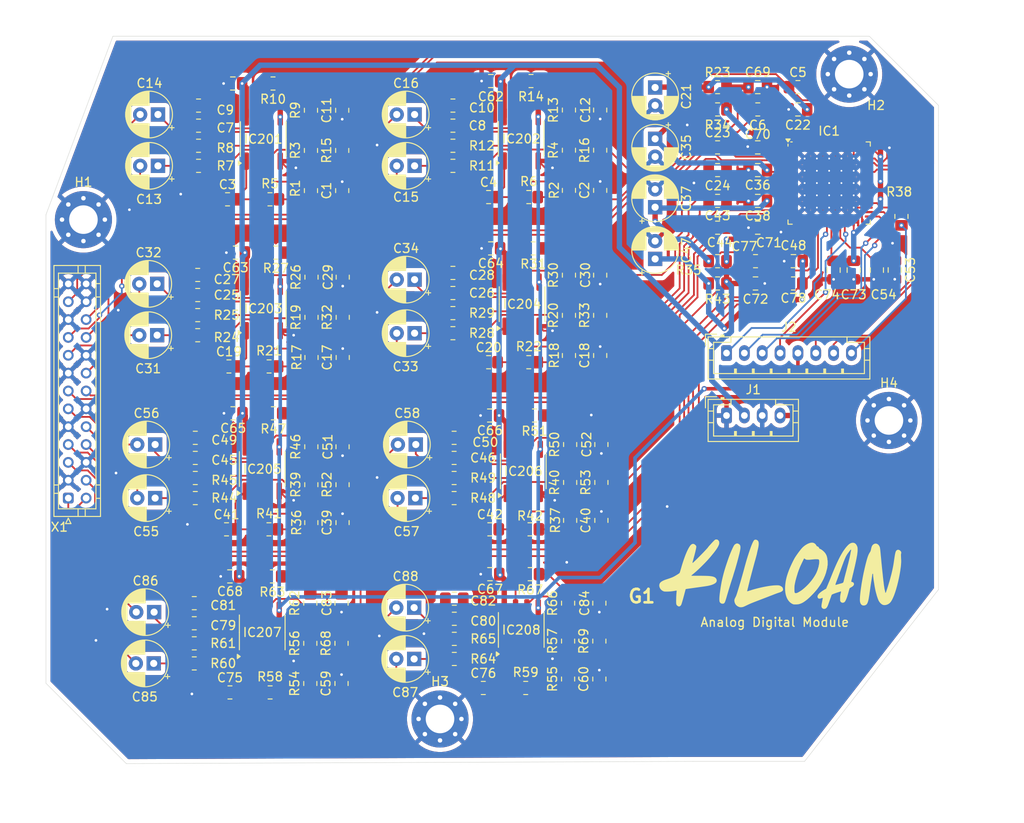
<source format=kicad_pcb>
(kicad_pcb (version 20241229) (generator "pcbnew") (generator_version "9.0")
  (layers (0 "F.Cu" signal) (2 "B.Cu" signal) (13 "F.Paste" user) (15 "B.Paste" user) (5 "F.SilkS" user "F.Silkscreen") (7 "B.SilkS" user "B.Silkscreen") (1 "F.Mask" user) (3 "B.Mask" user) (25 "Edge.Cuts" user))
  (net 0 "")
  (net 1 "/ADC1-")
  (net 2 "GND")
  (net 3 "/ADC2-")
  (net 4 "Net-(C3-Pad2)")
  (net 5 "Net-(IC201A--)")
  (net 6 "Net-(IC202A--)")
  (net 7 "Net-(C4-Pad2)")
  (net 8 "/ADC1+")
  (net 9 "/ADC2+")
  (net 10 "Net-(C7-Pad1)")
  (net 11 "Net-(IC201B--)")
  (net 12 "Net-(C10-Pad2)")
  (net 13 "Net-(IC202B--)")
  (net 14 "Net-(IC201A-+)")
  (net 15 "Net-(IC202A-+)")
  (net 16 "/IN1+")
  (net 17 "Net-(C13-Pad1)")
  (net 18 "Net-(C14-Pad1)")
  (net 19 "/IN1-")
  (net 20 "/IN2+")
  (net 21 "Net-(C15-Pad1)")
  (net 22 "/IN2-")
  (net 23 "Net-(C16-Pad1)")
  (net 24 "/ADC3-")
  (net 25 "/ADC4-")
  (net 26 "Net-(IC203A--)")
  (net 27 "Net-(C19-Pad2)")
  (net 28 "Net-(IC204A--)")
  (net 29 "Net-(C20-Pad2)")
  (net 30 "Net-(IC1-VREFH1)")
  (net 31 "/ADC3+")
  (net 32 "/ADC4+")
  (net 33 "Net-(C25-Pad1)")
  (net 34 "Net-(IC203B--)")
  (net 35 "Net-(C26-Pad1)")
  (net 36 "Net-(IC204B--)")
  (net 37 "Net-(IC203A-+)")
  (net 38 "Net-(IC204A-+)")
  (net 39 "/IN3+")
  (net 40 "Net-(C31-Pad1)")
  (net 41 "Net-(C32-Pad1)")
  (net 42 "/IN3-")
  (net 43 "/IN4+")
  (net 44 "Net-(C33-Pad1)")
  (net 45 "/IN4-")
  (net 46 "Net-(C34-Pad1)")
  (net 47 "Net-(IC1-VREFH2)")
  (net 48 "Net-(IC1-VREFH3)")
  (net 49 "/ADC5-")
  (net 50 "/ADC6-")
  (net 51 "Net-(C41-Pad2)")
  (net 52 "Net-(IC205A--)")
  (net 53 "Net-(IC206A--)")
  (net 54 "Net-(C42-Pad2)")
  (net 55 "/ADC5+")
  (net 56 "/ADC6+")
  (net 57 "Net-(C45-Pad1)")
  (net 58 "Net-(IC205B--)")
  (net 59 "Net-(C46-Pad1)")
  (net 60 "Net-(IC206B--)")
  (net 61 "Net-(IC1-VREFH4)")
  (net 62 "Net-(IC205A-+)")
  (net 63 "Net-(IC206A-+)")
  (net 64 "Net-(IC1-VDD18)")
  (net 65 "Net-(C55-Pad1)")
  (net 66 "/IN5+")
  (net 67 "/IN5-")
  (net 68 "Net-(C56-Pad1)")
  (net 69 "/IN6+")
  (net 70 "Net-(C57-Pad1)")
  (net 71 "Net-(C58-Pad1)")
  (net 72 "/IN6-")
  (net 73 "/ADC7-")
  (net 74 "/ADC8-")
  (net 75 "Net-(IC207A--)")
  (net 76 "Net-(C75-Pad2)")
  (net 77 "Net-(C76-Pad2)")
  (net 78 "Net-(IC208A--)")
  (net 79 "/ADC7+")
  (net 80 "/ADC8+")
  (net 81 "Net-(IC207B--)")
  (net 82 "Net-(C79-Pad1)")
  (net 83 "Net-(IC208B--)")
  (net 84 "Net-(C80-Pad1)")
  (net 85 "Net-(IC207A-+)")
  (net 86 "Net-(IC208A-+)")
  (net 87 "/IN7+")
  (net 88 "Net-(C85-Pad1)")
  (net 89 "Net-(C86-Pad1)")
  (net 90 "/IN7-")
  (net 91 "/IN8+")
  (net 92 "Net-(C87-Pad1)")
  (net 93 "Net-(C88-Pad1)")
  (net 94 "/IN8-")
  (net 95 "+3V3")
  (net 97 "/OVF")
  (net 99 "/SCL")
  (net 100 "/SDA")
  (net 102 "+5VA")
  (net 104 "/MCLK")
  (net 106 "/~{RST}")
  (net 107 "Net-(IC1-SDTO1{slash}DSDOL2)")
  (net 108 "/VGROUND")
  (net 109 "/TDM_ADC")
  (net 110 "/BCLK_ADC")
  (net 111 "/LRCK_ADC")
  (footprint "Resistor_SMD:R_0805_2012Metric_Pad1.20x1.40mm_HandSolder" (layer "F.Cu") (at 156.746 89.83092 -90)
    (property "Reference" "R20")
    (property "Value" "2200Ω")
  )
  (footprint "Capacitor_SMD:C_0805_2012Metric_Pad1.18x1.45mm_HandSolder" (layer "F.Cu") (at 186.401 84.761032 -90)
    (property "Reference" "C74")
    (property "Value" "50V 100nF")
  )
  (footprint "Resistor_SMD:R_0805_2012Metric_Pad1.20x1.40mm_HandSolder" (layer "F.Cu") (at 115.246 66.33092)
    (property "Reference" "C9")
    (property "Value" "220pF")
  )
  (footprint "Capacitor_THT:CP_Radial_D5.0mm_P2.00mm" (layer "F.Cu") (at 166.401 70.05592 -90)
    (property "Reference" "C35")
    (property "Value" "100uF")
  )
  (footprint "Capacitor_THT:CP_Radial_D5.0mm_P2.00mm" (layer "F.Cu") (at 166.401 77.716145 90)
    (property "Reference" "C37")
    (property "Value" "100uF")
  )
  (footprint "MountingHole:MountingHole_3.2mm_M3_Pad_Via" (layer "F.Cu") (at 142.301 135.05592)
    (property "Reference" "H3")
    (property "Value" "Mounting")
  )
  (footprint "Resistor_SMD:R_0805_2012Metric_Pad1.20x1.40mm_HandSolder" (layer "F.Cu") (at 143.901 128.33092)
    (property "Reference" "R64")
    (property "Value" "10kΩ")
  )
  (footprint "Connector_JST:JST_PH_B4B-PH-K_1x04_P2.00mm_Vertical" (layer "F.Cu") (at 174.401 101.05592)
    (property "Reference" "J1")
    (property "Value" "PowerConAD-Wandler")
  )
  (footprint "Resistor_SMD:R_0805_2012Metric_Pad1.20x1.40mm_HandSolder" (layer "F.Cu") (at 131.401 90.05592 -90)
    (property "Reference" "R32")
    (property "Value" "6800Ω")
  )
  (footprint "Resistor_SMD:R_0805_2012Metric_Pad1.20x1.40mm_HandSolder" (layer "F.Cu") (at 115.246 70.83092)
    (property "Reference" "R8")
    (property "Value" "10kΩ")
  )
  (footprint "Capacitor_SMD:C_0805_2012Metric_Pad1.18x1.45mm_HandSolder" (layer "F.Cu") (at 177.651 86.261032)
    (property "Reference" "C72")
    (property "Value" "50V 100nF")
  )
  (footprint "Capacitor_THT:CP_Radial_D5.0mm_P2.00mm" (layer "F.Cu") (at 139.401 122.58092 180)
    (property "Reference" "C88")
    (property "Value" "100uF")
  )
  (footprint "Capacitor_THT:CP_Radial_D5.0mm_P2.00mm" (layer "F.Cu") (at 110.381 104.30592 180)
    (property "Reference" "C56")
    (property "Value" "100uF")
  )
  (footprint "Resistor_SMD:R_0805_2012Metric_Pad1.20x1.40mm_HandSolder" (layer "F.Cu") (at 160.151 130.58092 -90)
    (property "Reference" "C60")
    (property "Value" "100pF")
  )
  (footprint "Resistor_SMD:R_0805_2012Metric_Pad1.20x1.40mm_HandSolder" (layer "F.Cu") (at 143.881 110.30592)
    (property "Reference" "R48")
    (property "Value" "10kΩ")
  )
  (footprint "Resistor_SMD:R_0805_2012Metric_Pad1.20x1.40mm_HandSolder" (layer "F.Cu") (at 131.266 126.58092 -90)
    (property "Reference" "R68")
    (property "Value" "6800Ω")
  )
  (footprint "Resistor_SMD:R_0805_2012Metric_Pad1.20x1.40mm_HandSolder" (layer "F.Cu") (at 123.151 95.55592 180)
    (property "Reference" "R21")
    (property "Value" "10Ω")
  )
  (footprint "Resistor_SMD:R_0805_2012Metric_Pad1.20x1.40mm_HandSolder" (layer "F.Cu") (at 127.766 126.58092 -90)
    (property "Reference" "R56")
    (property "Value" "2200Ω")
  )
  (footprint "Resistor_SMD:R_0805_2012Metric_Pad1.20x1.40mm_HandSolder" (layer "F.Cu") (at 143.881 105.80592)
    (property "Reference" "C46")
    (property "Value" "100pF")
  )
  (footprint "Resistor_SMD:R_0805_2012Metric_Pad1.20x1.40mm_HandSolder" (layer "F.Cu") (at 151.901 131.58092 180)
    (property "Reference" "R59")
    (property "Value" "10Ω")
  )
  (footprint "Resistor_SMD:R_0805_2012Metric_Pad1.20x1.40mm_HandSolder" (layer "F.Cu") (at 118.381 113.80592)
    (property "Reference" "C41")
    (property "Value" "220pF")
  )
  (footprint "Resistor_SMD:R_0805_2012Metric_Pad1.20x1.40mm_HandSolder" (layer "F.Cu") (at 160.246 75.83092 -90)
    (property "Reference" "C2")
    (property "Value" "100pF")
  )
  (footprint "Resistor_SMD:R_0805_2012Metric_Pad1.20x1.40mm_HandSolder" (layer "F.Cu") (at 173.401 71.011032)
    (property "Reference" "C23")
    (property "Value" "1nF")
  )
  (footprint "Capacitor_SMD:C_0805_2012Metric_Pad1.18x1.45mm_HandSolder" (layer "F.Cu") (at 119.401 82.80592 180)
    (property "Reference" "C63")
    (property "Value" "50V 100nF")
  )
  (footprint "Capacitor_THT:CP_Radial_D5.0mm_P2.00mm" (layer "F.Cu") (at 139.586113 104.30592 180)
    (property "Reference" "C58")
    (property "Value" "100uF")
  )
  (footprint "Resistor_SMD:R_0805_2012Metric_Pad1.20x1.40mm_HandSolder" (layer "F.Cu") (at 114.766 128.83092)
    (property "Reference" "R60")
    (property "Value" "10kΩ")
  )
  (footprint "Resistor_SMD:R_0805_2012Metric_Pad1.20x1.40mm_HandSolder" (layer "F.Cu") (at 143.746 73.08092)
    (property "Reference" "R11")
    (property "Value" "10kΩ")
  )
  (footprint "Capacitor_THT:CP_Radial_D5.0mm_P2.00mm" (layer "F.Cu") (at 110.221113 128.83092 180)
    (property "Reference" "C85")
    (property "Value" "100uF")
  )
  (footprint "Resistor_SMD:R_0805_2012Metric_Pad1.20x1.40mm_HandSolder" (layer "F.Cu") (at 123.901 82.80592)
    (property "Reference" "R27")
    (property "Value" "10Ω")
  )
  (footprint "Resistor_SMD:R_0805_2012Metric_Pad1.20x1.40mm_HandSolder" (layer "F.Cu") (at 156.651 130.58092 90)
    (property "Reference" "R55")
    (property "Value" "6800Ω")
  )
  (footprint "Capacitor_THT:CP_Radial_D5.0mm_P2.00mm" (layer "F.Cu") (at 139.541226 110.30592 180)
    (property "Reference" "C57")
    (property "Value" "100uF")
  )
  (footprint "Resistor_SMD:R_0805_2012Metric_Pad1.20x1.40mm_HandSolder" (layer "F.Cu") (at 156.746 75.83092 90)
    (property "Reference" "R2")
    (property "Value" "6800Ω")
  )
  (footprint "Resistor_SMD:R_0805_2012Metric_Pad1.20x1.40mm_HandSolder" (layer "F.Cu") (at 131.341 66.85592 90)
    (property "Reference" "C11")
    (property "Value" "100pF")
  )
  (footprint "Resistor_SMD:R_0805_2012Metric_Pad1.20x1.40mm_HandSolder" (layer "F.Cu") (at 114.881 110.30592)
    (property "Reference" "R44")
    (property "Value" "10kΩ")
  )
  (footprint "Resistor_SMD:R_0805_2012Metric_Pad1.20x1.40mm_HandSolder" (layer "F.Cu") (at 143.746 70.83092)
    (property "Reference" "R12")
    (property "Value" "10kΩ")
  )
  (footprint "Resistor_SMD:R_0805_2012Metric_Pad1.20x1.40mm_HandSolder" (layer "F.Cu") (at 114.766 124.33092)
    (property "Reference" "C79")
    (property "Value" "100pF")
  )
  (footprint "Resistor_SMD:R_0805_2012Metric_Pad1.20x1.40mm_HandSolder" (layer "F.Cu") (at 143.901 123.83092)
    (property "Reference" "C80")
    (property "Value" "100pF")
  )
  (footprint "Package_DFN_QFN:QFN-64-1EP_9x9mm_P0.5mm_EP6x6mm_ThermalVias" (layer "F.Cu") (at 185.901 75.011032)
    (property "Reference" "IC1")
    (property "Value" "8-Channel Differential 32-bit △∑ ADC")
  )
  (footprint "Resistor_SMD:R_0805_2012Metric_Pad1.20x1.40mm_HandSolder" (layer "F.Cu") (at 194 78.75 90)
    (property "Reference" "R38")
    (property "Value" "33Ω ±1%")
  )
  (footprint "Resistor_SMD:R_0805_2012Metric_Pad1.20x1.40mm_HandSolder" (layer "F.Cu") (at 143.881 108.05592)
    (property "Reference" "R49")
    (property "Value" "10kΩ")
  )
  (footprint "Resistor_SMD:R_0805_2012Metric_Pad1.20x1.40mm_HandSolder" (layer "F.Cu") (at 147.881 113.80592)
    (property "Reference" "C42")
    (property "Value" "220pF")
  )
  (footprint "Package_SO:SOIC-8_3.9x4.9mm_P1.27mm" (layer "F.Cu") (at 122.381 125.35592 90)
    (property "Reference" "IC207")
    (property "Value" "TI OPA1652AIDR")
  )
  (footprint "Capacitor_THT:CP_Radial_D5.0mm_P2.00mm" (layer "F.Cu") (at 110.606113 86.30592 180)
    (property "Reference" "C32")
    (property "Value" "100uF")
  )
  (footprint "Capacitor_THT:CP_Radial_D5.0mm_P2.00mm" (layer "F.Cu") (at 139.401 128.33092 180)
    (property "Reference" "C87")
    (property "Value" "100uF")
  )
  (footprint "Capacitor_SMD:C_0805_2012Metric_Pad1.18x1.45mm_HandSolder" (layer "F.Cu") (at 188.651 84.761032 -90)
    (property "Reference" "C73")
    (property "Value" "25V 10uF")
  )
  (footprint "Resistor_SMD:R_0805_2012Metric_Pad1.20x1.40mm_HandSolder" (layer "F.Cu") (at 131.381 108.80592 -90)
    (property "Reference" "R52")
    (property "Value" "6800Ω")
  )
  (footprint "Capacitor_SMD:C_0805_2012Metric_Pad1.18x1.45mm_HandSolder" (layer "F.Cu") (at 147.881 101.05592 180)
    (property "Reference" "C66")
    (property "Value" "50V 100nF")
  )
  (footprint "Resistor_SMD:R_0805_2012Metric_Pad1.20x1.40mm_HandSolder" (layer "F.Cu") (at 160.246 71.33092 -90)
    (property "Reference" "R16")
    (property "Value" "6800Ω")
  )
  (footprint "Resistor_SMD:R_0805_2012Metric_Pad1.20x1.40mm_HandSolder" (layer "F.Cu") (at 156.746 94.33092 90)
    (property "Reference" "R18")
    (property "Value" "6800Ω")
  )
  (footprint "Capacitor_SMD:C_0805_2012Metric_Pad1.18x1.45mm_HandSolder" (layer "F.Cu") (at 147.996 63.58092 180)
    (property "Reference" "C62")
    (property "Value" "50V 100nF")
  )
  (footprint "Capacitor_THT:CP_Radial_D5.0mm_P2.00mm" (layer "F.Cu") (at 110.381 110.30592 180)
    (property "Reference" "C55")
    (property "Value" "100uF")
  )
  (footprint "Resistor_SMD:R_0805_2012Metric_Pad1.20x1.40mm_HandSolder" (layer "F.Cu") (at 160.381 112.80592 -90)
    (property "Reference" "C40")
    (property "Value" "100pF")
  )
  (footprint "Resistor_SMD:R_0805_2012Metric_Pad1.20x1.40mm_HandSolder" (layer "F.Cu") (at 160.381 104.30592 90)
    (property "Reference" "C52")
    (property "Value" "100pF")
  )
  (footprint "Resistor_SMD:R_0805_2012Metric_Pad1.20x1.40mm_HandSolder" (layer "F.Cu") (at 127.766 122.08092 -90)
    (property "Reference" "R62")
    (property "Value" "2200Ω")
  )
  (footprint "Resistor_SMD:R_0805_2012Metric_Pad1.20x1.40mm_HandSolder" (layer "F.Cu") (at 152.401 118.83092)
    (property "Reference" "R67")
    (property "Value" "10Ω")
  )
  (footprint "Capacitor_SMD:C_0805_2012Metric_Pad1.18x1.45mm_HandSolder" (layer "F.Cu") (at 147.996 82.33092 180)
    (property "Reference" "C64")
    (property "Value" "50V 100nF")
  )
  (footprint "Resistor_SMD:R_0805_2012Metric_Pad1.20x1.40mm_HandSolder" (layer "F.Cu") (at 131.401 85.55592 90)
    (property "Reference" "C29")
    (property "Value" "100pF")
  )
  (footprint "Resistor_SMD:R_0805_2012Metric_Pad1.20x1.40mm_HandSolder" (layer "F.Cu") (at 152.246 95.08092 180)
    (property "Reference" "R22")
    (property "Value" "10Ω")
  )
  (footprint "Resistor_SMD:R_0805_2012Metric_Pad1.20x1.40mm_HandSolder" (layer "F.Cu") (at 156.746 85.33092 -90)
    (property "Reference" "R30")
    (property "Value" "2200Ω")
  )
  (footprint "Package_SO:SOIC-8_3.9x4.9mm_P1.27mm" (layer "F.Cu") (at 122.496 70.08092 90)
    (property "Reference" "IC201")
    (property "Value" "TI OPA1652AIDR")
  )
  (footprint "Package_SO:SOIC-8_3.9x4.9mm_P1.27mm" (layer "F.Cu") (at 151.496 88.58092 90)
    (property "Reference" "IC204")
    (property "Value" "TI OPA1652AIDR")
  )
  (footprint "Resistor_SMD:R_0805_2012Metric_Pad1.20x1.40mm_HandSolder" (layer "F.Cu") (at 131.266 122.08092 90)
    (property "Reference" "C83")
    (property "Value" "100pF")
  )
  (footprint "Capacitor_SMD:C_0805_2012Metric_Pad1.18x1.45mm_HandSolder" (layer "F.Cu") (at 177.901 73.55592 180)
    (property "Reference" "C36")
    (property "Value" "100nF")
  )
  (footprint "Resistor_SMD:R_0805_2012Metric_Pad1.20x1.40mm_HandSolder" (layer "F.Cu") (at 156.881 112.80592 90)
    (property "Reference" "R37")
    (property "Value" "6800Ω")
  )
  (footprint "Capacitor_THT:CP_Radial_D5.0mm_P2.00mm" (layer "F.Cu") (at 139.451113 67.33092 180)
    (property "Reference" "C16")
    (property "Value" "100uF")
  )
  (footprint "Package_SO:SOIC-8_3.9x4.9mm_P1.27mm" (layer "F.Cu") (at 151.631 107.30592 90)
    (property "Reference" "IC206")
    (property "Value" "TI OPA1652AIDR")
  )
  (footprint "Capacitor_SMD:C_0805_2012Metric_Pad1.18x1.45mm_HandSolder" (layer "F.Cu") (at 193.25 84.75 -90)
    (property "Reference" "C53")
    (property "Value" "100nF")
  )
  (footprint "Package_SO:SOIC-8_3.9x4.9mm_P1.27mm" (layer "F.Cu") (at 151.401 125.08092 90)
    (property "Reference" "IC208")
    (property "Value" "TI OPA1652AIDR")
  )
  (footprint "Resistor_SMD:R_0805_2012Metric_Pad1.20x1.40mm_HandSolder" (layer "F.Cu") (at 147.746 95.08092)
    (property "Reference" "C20")
    (property "Value" "220pF")
  )
  (footprint "Resistor_SMD:R_0805_2012Metric_Pad1.20x1.40mm_HandSolder" (layer "F.Cu") (at 123.131 113.80592 180)
    (property "Reference" "R41")
    (property "Value" "10Ω")
  )
  (footprint "Package_SO:SOIC-8_3.9x4.9mm_P1.27mm" (layer "F.Cu") (at 122.381 107.05592 90)
    (property "Reference" "IC205")
    (property "Value" "TI OPA1652AIDR")
  )
  (footprint "Resistor_SMD:R_0805_2012Metric_Pad1.20x1.40mm_HandSolder" (layer "F.Cu") (at 131.341 75.85592 -90)
    (property "Reference" "C1")
    (property "Value" "100pF")
  )
  (footprint "Resistor_SMD:R_0805_2012Metric_Pad1.20x1.40mm_HandSolder" (layer "F.Cu") (at 156.651 126.33092 -90)
    (property "Reference" "R57")
    (property "Value" "2200Ω")
  )
  (footprint "Package_SO:SOIC-8_3.9x4.9mm_P1.27mm" (layer "F.Cu") (at 151.401 70.05592 90)
    (property "Reference" "IC202")
    (property "Value" "TI OPA1652AIDR")
  )
  (footprint "Resistor_SMD:R_0805_2012Metric_Pad1.20x1.40mm_HandSolder" (layer "F.Cu") (at 160.381 108.55592 -90)
    (property "Reference" "R53")
    (property "Value" "6800Ω")
  )
  (footprint "Capacitor_SMD:C_0805_2012Metric_Pad1.18x1.45mm_HandSolder" (layer "F.Cu") (at 118.766 119.08092 180)
    (property "Reference" "C68")
    (property "Value" "50V 100nF")
  )
  (footprint "Package_SO:SOIC-8_3.9x4.9mm_P1.27mm" (layer "F.Cu") (at 122.496 89.08092 90)
    (property "Reference" "IC203")
    (property "Value" "TI OPA1652AIDR")
  )
  (footprint "Capacitor_THT:CP_Radial_D5.0mm_P2.00mm" (layer "F.Cu") (at 139.451113 73.08092 180)
    (property "Reference" "C15")
    (property "Value" "100uF")
  )
  (footprint "Resistor_SMD:R_0805_2012Metric_Pad1.20x1.40mm_HandSolder" (layer "F.Cu") (at 131.341 71.35592 -90)
    (property "Reference" "R15")
    (property "Value" "6800Ω")
  )
  (footprint "Resistor_SMD:R_0805_2012Metric_Pad1.20x1.40mm_HandSolder" (layer "F.Cu") (at 114.766 122.08092)
    (property "Reference" "C81")
    (property "Value" "220pF")
  )
  (footprint "Capacitor_THT:CP_Radial_D5.0mm_P2.00mm" (layer "F.Cu") (at 110.606113 92.05592 180)
    (property "Reference" "C31")
    (property "Value" "100uF")
  )
  (footprint "Resistor_SMD:R_0805_2012Metric_Pad1.20x1.40mm_HandSolder" (layer "F.Cu") (at 123.631 100.80592)
    (property "Reference" "R47")
    (property "Value" "10Ω")
  )
  (footprint "Resistor_SMD:R_0805_2012Metric_Pad1.20x1.40mm_HandSolder" (layer "F.Cu") (at 118.651 95.55592)
    (property "Reference" "C19")
    (property "Value" "220pF")
  )
  (footprint "Resistor_SMD:R_0805_2012Metric_Pad1.20x1.40mm_HandSolder" (layer "F.Cu") (at 173.401 77.011032 180)
    (property "Reference" "C43")
    (property "Value" "1nF")
  )
  (footprint "Resistor_SMD:R_0805_2012Metric_Pad1.20x1.40mm_HandSolder" (layer "F.Cu") (at 127.881 104.55592 -90)
    (property "Reference" "R46")
    (property "Value" "2200Ω")
  )
  (footprint "Resistor_SMD:R_0805_2012Metric_Pad1.20x1.40mm_HandSolder" (layer "F.Cu") (at 115.151 89.80592)
    (property "Reference" "R25")
    (property "Value" "10kΩ")
  )
  (footprint "Capacitor_SMD:C_0805_2012Metric_Pad1.18x1.45mm_HandSolder" (layer "F.Cu") (at 177.901 71.011032 180)
    (property "Reference" "C70")
    (property "Value" "25V 10uF")
  )
  (footprint "Capacitor_SMD:C_0805_2012Metric_Pad1.18x1.45mm_HandSolder" (layer "F.Cu") (at 119.091 63.85592 180)
    (property "Reference" "C61" (hide yes))
    (property "Value" "50V 100nF")
  )
  (footprint "Capacitor_SMD:C_0805_2012Metric_Pad1.18x1.45mm_HandSolder" (layer "F.Cu") (at 177.901 80.011032 180)
    (property "Reference" "C71")
    (property "Value" "50V 100nF")
  )
  (footprint "Resistor_SMD:R_0805_2012Metric_Pad1.20x1.40mm_HandSolder" (layer "F.Cu") (at 118.766 132.08092)
    (property "Reference" "C75")
    (property "Value" "220pF")
  )
  (footprint "Resistor_SMD:R_0805_2012Metric_Pad1.20x1.40mm_HandSolder" (layer "F.Cu") (at 143.901 126.08092)
    (property "Reference" "R65")
    (property "Value" "10kΩ")
  )
  (footprint "Capacitor_THT:CP_Radial_D5.0mm_P2.00mm" (layer "F.Cu") (at 166.401 83.511032 90)
    (property "Reference" "C47")
    (property "Value" "100uF")
  )
  (footprint "Resistor_SMD:R_0805_2012Metric_Pad1.20x1.40mm_HandSolder" (layer "F.Cu") (at 173.401 64.261032)
    (property "Reference" "R23")
    (property "Value" "20Ω")
  )
  (footprint "Resistor_SMD:R_0805_2012Metric_Pad1.20x1.40mm_HandSolder" (layer "F.Cu") (at 114.766 126.58092)
    (property "Reference" "R61")
    (property "Value" "10kΩ")
  )
  (footprint "Resistor_SMD:R_0805_2012Metric_Pad1.20x1.40mm_HandSolder" (layer "F.Cu") (at 173.401 86.261032)
    (property "Reference" "R43")
    (property "Value" "20Ω")
  )
  (footprint "Resistor_SMD:R_0805_2012Metric_Pad1.20x1.40mm_HandSolder" (layer "F.Cu") (at 114.881 105.80592)
    (property "Reference" "C45")
    (property "Value" "100pF")
  )
  (footprint "Resistor_SMD:R_0805_2012Metric_Pad1.20x1.40mm_HandSolder" (layer "F.Cu") (at 160.246 85.33092 90)
    (property "Reference" "C30")
    (property "Value" "100pF")
  )
  (footprint "Resistor_SMD:R_0805_2012Metric_Pad1.20x1.40mm_HandSolder" (layer "F.Cu") (at 115.151 85.30592)
    (property "Reference" "C27")
    (property "Value" "220pF")
  )
  (footprint "Resistor_SMD:R_0805_2012Metric_Pad1.20x1.40mm_HandSolder" (layer "F.Cu") (at 115.151 87.55592)
    (property "Reference" "C25")
    (property "Value" "100pF")
  )
  (footprint "Resistor_SMD:R_0805_2012Metric_Pad1.20x1.40mm_HandSolder" (layer "F.Cu") (at 173.401 73.55592)
    (property "Reference" "C24")
    (property "Value" "1nF")
  )
  (footprint "Resistor_SMD:R_0805_2012Metric_Pad1.20x1.40mm_HandSolder" (layer "F.Cu") (at 143.746 89.58092)
    (property "Reference" "R29")
    (property "Value" "10kΩ")
  )
  (footprint "Resistor_SMD:R_0805_2012Metric_Pad1.20x1.40mm_HandSolder" (layer "F.Cu") (at 152.496 63.58092)
    (property "Reference" "R14")
    (property "Value" "10Ω")
  )
  (footprint "Resistor_SMD:R_0805_2012Metric_Pad1.20x1.40mm_HandSolder" (layer "F.Cu") (at 127.901 94.55592 90)
    (property "Reference" "R17")
    (property "Value" "6800Ω")
  )
  (footprint "Resistor_SMD:R_0805_2012Metric_Pad1.20x1.40mm_HandSolder" (layer "F.Cu") (at 173.401 66.761032)
    (property "Reference" "R34")
    (property "Value" "20Ω")
  )
  (footprint "Resistor_SMD:R_0805_2012Metric_Pad1.20x1.40mm_HandSolder" (layer "F.Cu") (at 152.746 82.33092)
    (property "Reference" "R31")
    (property "Value" "10Ω")
  )
  (footprint "Resistor_SMD:R_0805_2012Metric_Pad1.20x1.40mm_HandSolder" (layer "F.Cu") (at 143.746 91.83092)
    (property "Reference" "R28")
    (property "Value" "10kΩ")
  )
  (footprint "Resistor_SMD:R_0805_2012Metric_Pad1.20x1.40mm_HandSolder" (layer "F.Cu") (at 114.881 103.55592)
    (property "Reference" "C49")
    (property "Value" "220pF")
  )
  (footprint "Resistor_SMD:R_0805_2012Metric_Pad1.20x1.40mm_HandSolder" (layer "F.Cu") (at 156.881 108.55592 -90)
    (property "Reference" "R40")
    (property "Value" "2200Ω")
  )
  (footprint "Capacitor_THT:CP_Radial_D5.0mm_P2.00mm" (layer "F.Cu") (at 110.701113 67.33092 180)
    (property "Reference" "C14")
    (property "Value" "100uF")
  )
  (footprint "Resistor_SMD:R_0805_2012Metric_Pad1.20x1.40mm_HandSolder" (layer "F.Cu") (at 127.901 85.55592 -90)
    (property "Reference" "R26")
    (property "Value" "2200Ω")
  )
  (footprint "Resistor_SMD:R_0805_2012Metric_Pad1.20x1.40mm_HandSolder" (layer "F.Cu") (at 123.266 132.08092 180)
    (property "Reference" "R58")
    (property "Value" "10Ω")
  )
  (footprint "Resistor_SMD:R_0805_2012Metric_Pad1.20x1.40mm_HandSolder" (layer "F.Cu") (at 156.746 71.33092 -90)
    (property "Reference" "R4")
    (property "Value" "2200Ω")
  )
  (footprint "Resistor_SMD:R_0805_2012Metric_Pad1.20x1.40mm_HandSolder" (layer "F.Cu") (at 127.901 90.05592 -90)
    (property "Reference" "R19")
    (property "Value" "2200Ω")
  )
  (footprint "Resistor_SMD:R_0805_2012Metric_Pad1.20x1.40mm_HandSolder" (layer "F.Cu") (at 115.151 92.05592)
    (property "Reference" "R24")
    (property "Value" "10kΩ")
  )
  (footprint "Resistor_SMD:R_0805_2012Metric_Pad1.20x1.40mm_HandSolder" (layer "F.Cu") (at 160.246 89.83092 -90)
    (property "Reference" "R33")
    (property "Value" "6800Ω")
  )
  (footprint "Resistor_SMD:R_0805_2012Metric_Pad1.20x1.40mm_HandSolder" (layer "F.Cu") (at 173.401 80.011032 180)
    (property "Reference" "C44")
    (property "Value" "1nF")
  )
  (footprint "Resistor_SMD:R_0805_2012Metric_Pad1.20x1.40mm_HandSolder" (layer "F.Cu") (at 127.841 66.85592 -90)
    (property "Reference" "R9")
    (property "Value" "2200Ω")
  )
  (footprint "Resistor_SMD:R_0805_2012Metric_Pad1.20x1.40mm_HandSolder" (layer "F.Cu") (at 177.901 66.761032)
    (property "Reference" "C6")
    (property "Value" "1nF")
  )
  (footprint "Capacitor_SMD:C_0805_2012Metric_Pad1.18x1.45mm_HandSolder" (layer "F.Cu") (at 147.901 118.83092 180)
    (property "Reference" "C67")
    (property "Value" "50V 100nF")
  )
  (footprint "Resistor_SMD:R_0805_2012Metric_Pad1.20x1.40mm_HandSolder" (layer "F.Cu") (at 182.401 64.261032)
    (property "Reference" "C5")
    (property "Value" "1nF")
  )
  (footprint "Resistor_SMD:R_0805_2012Metric_Pad1.20x1.40mm_HandSolder" (layer "F.Cu") (at 143.746 85.08092)
    (property "Reference" "C28")
    (property "Value" "220pF")
  )
  (footprint "Resistor_SMD:R_0805_2012Metric_Pad1.20x1.40mm_HandSolder" (layer "F.Cu") (at 160.246 94.33092 -90)
    (property "Reference" "C18")
    (property "Value" "100pF")
  )
  (footprint "MountingHole:MountingHole_3.2mm_M3_Pad_Via" (layer "F.Cu") (at 102.348056 79.108864)
    (property "Reference" "H1")
    (property "Value" "Mounting")
  )
  (footprint "Resistor_SMD:R_0805_2012Metric_Pad1.20x1.40mm_HandSolder" (layer "F.Cu") (at 143.901 121.58092)
    (property "Reference" "C82")
    (property "Value" "220pF")
  )
  (footprint "Resistor_SMD:R_0805_2012Metric_Pad1.20x1.40mm_HandSolder" (layer "F.Cu") (at 143.881 103.55592)
    (property "Reference" "C50")
    (property "Value" "220pF")
  )
  (footprint "Capacitor_SMD:C_0805_2012Metric_Pad1.18x1.45mm_HandSolder" (layer "F.Cu") (at 119.131 100.80592 180)
    (property "Reference" "C65")
    (property "Value" "50V 100nF")
  )
  (footprint "Resistor_SMD:R_0805_2012Metric_Pad1.20x1.40mm_HandSolder" (layer "F.Cu") (at 131.381 113.05592 -90)
    (property "Reference" "C39")
    (property "Value" "100pF")
  )
  (footprint "Connector_JST:JST_PHD_B26B-PHDSS_2x13_P2.00mm_Vertical" (layer "F.Cu") (at 100.651 110.30592 90)
    (property "Reference" "X1")
    (property "Value" "IN_CON")
  )
  (footprint "Resistor_SMD:R_0805_2012Metric_Pad1.20x1.40mm_HandSolder" (layer "F.Cu") (at 143.746 68.58092)
    (property "Reference" "C8")
    (property "Value" "100pF")
  )
  (footprint "Resistor_SMD:R_0805_2012Metric_Pad1.20x1.40mm_HandSolder" (layer "F.Cu") (at 127.841 71.35592 -90)
    (property "Reference" "R3")
    (property "Value" "2200Ω")
  )
  (footprint "Resistor_SMD:R_0805_2012Metric_Pad1.20x1.40mm_HandSolder" (layer "F.Cu") (at 156.746 66.83092 -90)
    (property "Reference" "R13")
    (property "Value" "2200Ω")
  )
  (footprint "Resistor_SMD:R_0805_2012Metric_Pad1.20x1.40mm_HandSolder" (layer "F.Cu") (at 115.246 73.08092)
    (property "Reference" "R7")
    (property "Value" "10kΩ")
  )
  (footprint "Resistor_SMD:R_0805_2012Metric_Pad1.20x1.40mm_HandSolder" (layer "F.Cu") (at 156.651 122.08092 -90)
    (property "Reference" "R66")
    (property "Value" "2200Ω")
  )
  (footprint "Resistor_SMD:R_0805_2012Metric_Pad1.20x1.40mm_HandSolder" (layer "F.Cu") (at 127.766 131.08092 90)
    (property "Reference" "R54")
    (property "Value" "6800Ω")
  )
  (footprint "Capacitor_THT:CP_Radial_D5.0mm_P2.00mm" (layer "F.Cu") (at 110.266 123.08092 180)
    (property "Reference" "C86")
    (property "Value" "100uF")
  )
  (footprint "Capacitor_SMD:C_0805_2012Metric_Pad1.18x1.45mm_HandSolder" (layer "F.Cu") (at 181.901 83.761032 180)
    (property "Reference" "C48")
    (property "Value" "100nF")
  )
  (footprint "Capacitor_THT:CP_Radial_D5.0mm_P2.00mm" (layer "F.Cu") (at 166.401 64.30592 -90)
    (property "Reference" "C21")
    (property "Value" "100uF")
  )
  (footprint "Resistor_SMD:R_0805_2012Metric_Pad1.20x1.40mm_HandSolder" (layer "F.Cu") (at 152.246 76.58092 180)
    (property "Reference" "R6")
    (property "Value" "10Ω")
  )
  (footprint "Resistor_SMD:R_0805_2012Metric_Pad1.20x1.40mm_HandSolder" (layer "F.Cu") (at 123.591 63.85592)
    (property "Reference" "R10")
    (property "Value" "10Ω")
  )
  (footprint "Capacitor_THT:CP_Radial_D5.0mm_P2.00mm" (layer "F.Cu") (at 139.451113 85.83092 180)
    (property "Reference" "C34")
    (property "Value" "100uF")
  )
  (footprint "Resistor_SMD:R_0805_2012Metric_Pad1.20x1.40mm_HandSolder" (layer "F.Cu") (at 127.881 113.05592 90)
    (property "Reference" "R36")
    (property "Value" "6800Ω")
  )
  (footprint "Resistor_SMD:R_0805_2012Metric_Pad1.20x1.40mm_HandSolder" (layer "F.Cu") (at 118.496 76.83092)
    (property "Reference" "C3")
    (property "Value" "220pF")
  )
  (footprint "Capacitor_SMD:C_0805_2012Metric_Pad1.18x1.45mm_HandSolder" (layer "F.Cu") (at 177.901 64.261032)
    (property "Reference" "C69")
    (property "Value" "25V 10uF")
  )
  (footprint "Resistor_SMD:R_0805_2012Metric_Pad1.20x1.40mm_HandSolder" (layer "F.Cu") (at 115.246 68.58092)
    (property "Reference" "C7")
    (property "Value" "100pF")
  )
  (footprint "LOGO" (layer "F.Cu") (at 181.401 119.30592)
    (property "Reference" "G1")
    (property "Value" "LOGO" (hide yes))
  )
  (footprint "Resistor_SMD:R_0805_2012Metric_Pad1.20x1.40mm_HandSolder" (layer "F.Cu") (at 127.841 75.85592 90)
    (property "Reference" "R1")
    (property "Value" "6800Ω")
  )
  (footprint "Resistor_SMD:R_0805_2012Metric_Pad1.20x1.40mm_HandSolder" (layer "F.Cu") (at 160.151 122.08092 90)
    (property "Reference" "C84")
    (property "Value" "100pF")
  )
  (footprint "Resistor_SMD:R_0805_2012Metric_Pad1.20x1.40mm_HandSolder" (layer "F.Cu") (at 131.401 94.55592 -90)
    (property "Reference" "C17")
    (property "Value" "100pF")
  )
  (footprint "MountingHole:MountingHole_3.2mm_M3_Pad_Via" (layer "F.Cu") (at 188.151 62.80592)
    (property "Reference" "H2")
    (property "Value" "Mounting")
  )
  (footprint "Resistor_SMD:R_0805_2012Metric_Pad1.20x1.40mm_HandSolder" (layer "F.Cu") (at 147.151 131.58092)
    (property "Reference" "C76")
    (property "Value" "220pF")
  )
  (footprint "Capacitor_THT:CP_Radial_D5.0mm_P2.00mm" (layer "F.Cu") (at 139.451113 91.83092 180)
    (property "Reference" "C33")
    (property "Value" "100uF")
  )
  (footprint "Resistor_SMD:R_0805_2012Metric_Pad1.20x1.40mm_HandSolder" (layer "F.Cu") (at 143.746 87.33092)
    (property "Reference" "C26")
    (property "Value" "100pF")
  )
  (footprint "Resistor_SMD:R_0805_2012Metric_Pad1.20x1.40mm_HandSolder" (layer "F.Cu") (at 177.651 83.761032)
    (property "Reference" "C77")
    (property "Value" "1nF")
  )
  (footprint "Capacitor_SMD:C_0805_2012Metric_Pad1.18x1.45mm_HandSolder" (layer "F.Cu") (at 191.25 84.761032 -90)
    (property "Reference" "C54")
    (property "Value" "4.7uF")
  )
  (footprint "Resistor_SMD:R_0805_2012Metric_Pad1.20x1.40mm_HandSolder" (layer "F.Cu") (at 147.746 76.58092)
    (property "Reference" "C4")
    (property "Value" "220pF")
  )
  (footprint "Resistor_SMD:R_0805_2012Metric_Pad1.20x1.40mm_HandSolder" (layer "F.Cu") (at 152.881 101.05592)
    (property "Reference" "R51")
    (property "Value" "10Ω")
  )
  (footprint "Capacitor_SMD:C_0805_2012Metric_Pad1.18x1.45mm_HandSolder" (layer "F.Cu") (at 182.401 66.761032 180)
    (property "Reference" "C22")
    (property "Value" "100nF")
  )
  (footprint "Resistor_SMD:R_0805_2012Metric_Pad1.20x1.40mm_HandSolder" (layer "F.Cu") (at 123.516 119.08092)
    (property "Reference" "R63")
    (property "Value" "10Ω")
  )
  (footprint "MountingHole:MountingHole_3.2mm_M3_Pad_Via" (layer "F.Cu") (at 192.598056 101.608864)
    (property "Reference" "H4")
    (property "Value" "Mounting")
  )
  (footprint "Resistor_SMD:R_0805_2012Metric_Pad1.20x1.40mm_HandSolder" (layer "F.Cu") (at 123.246 76.83092 180)
    (property "Reference" "R5")
    (property "Value" "10Ω")
  )
  (footprint "Resistor_SMD:R_0805_2012Metric_Pad1.20x1.40mm_HandSolder" (layer "F.Cu") (at 160.151 126.33092 -90)
    (property "Reference" "R69")
    (property "Value" "6800Ω")
  )
  (footprint "Resistor_SMD:R_0805_2012Metric_Pad1.20x1.40mm_HandSolder" (layer "F.Cu") (at 114.881 108.05592)
    (property "Reference" "R45")
    (property "Value" "10kΩ")
  )
  (footprint "Resistor_SMD:R_0805_2012Metric_Pad1.20x1.40mm_HandSolder" (layer "F.Cu") (at 131.381 104.55592 90)
    (property "Reference" "C51")
    (property "Value" "100pF")
  )
  (footprint "Resistor_SMD:R_0805_2012Metric_Pad1.20x1.40mm_HandSolder" (layer "F.Cu") (at 156.881 104.30592 -90)
    (property "Reference" "R50")
    (property "Value" "2200Ω")
  )
  (footprint "Resistor_SMD:R_0805_2012Metric_Pad1.20x1.40mm_HandSolder" (layer "F.Cu") (at 160.246 66.83092 90)
    (property "Reference" "C12")
    (property "Value" "100pF")
  )
  (footprint "Capacitor_SMD:C_0805_2012Metric_Pad1.18x1.45mm_HandSolder" (layer "F.Cu") (at 177.901 77.011032 180)
    (property "Reference" "C38")
    (property "Value" "100nF")
  )
  (footprint "Resistor_SMD:R_0805_2012Metric_Pad1.20x1.40mm_HandSolder" (layer "F.Cu") (at 131.266 131.08092 -90)
    (property "Reference" "C59")
    (property "Value" "100pF")
  )
  (footprint "Capacitor_THT:CP_Radial_D5.0mm_P2.00mm" (layer "F.Cu") (at 110.701113 73.08092 180)
    (property "Reference" "C13")
    (property "Value" "100uF")
  )
  (footprint "Resistor_SMD:R_0805_2012Metric_Pad1.20x1.40mm_HandSolder" (layer "F.Cu") (at 181.901 86.261032 180)
    (property "Reference" "C78")
    (property "Value" "1nF")
  )
  (footprint "Resistor_SMD:R_0805_2012Metric_Pad1.20x1.40mm_HandSolder" (layer "F.Cu") (at 143.746 66.33092)
    (property "Reference" "C10")
    (property "Value" "220pF")
  )
  (footprint "Resistor_SMD:R_0805_2012Metric_Pad1.20x1.40mm_HandSolder" (layer "F.Cu") (at 127.881 108.80592 -90)
    (property "Reference" "R39")
    (property "Value" "2200Ω")
  )
  (footprint "Connector_JST:JST_PH_B8B-PH-K_1x08_P2.00mm_Vertical" (layer "F.Cu") (at 174.401 94.05592)
    (property "Reference" "J2")
    (property "Value" "AD-Wandler CON")
  )
  (footprint "Resistor_SMD:R_0805_2012Metric_Pad1.20x1.40mm_HandSolder" (layer "F.Cu") (at 173.401 83.761032)
    (property "Reference" "R35")
    (property "Value" "20Ω")
  )
  (footprint "Resistor_SMD:R_0805_2012Metric_Pad1.20x1.40mm_HandSolder" (layer "F.Cu") (at 152.381 113.80592 180)
    (property "Reference" "R42")
    (property "Value" "10Ω")
  )
  (gr_line (start 198.151 107.05592) (end 198.151 120.55592) (stroke (width 0.05)) (layer "Edge.Cuts"))
  (gr_line (start 98.151 131.05592) (end 107.151 140.05592) (stroke (width 0.05)) (layer "Edge.Cuts"))
  (gr_line (start 183.151 139.80592) (end 170.651 139.80592) (stroke (width 0.05)) (layer "Edge.Cuts"))
  (gr_line (start 107.151 140.05592) (end 170.651 139.80592) (stroke (width 0.05)) (layer "Edge.Cuts"))
  (gr_line (start 198.151 107.05592) (end 198.151 68.55592) (stroke (width 0.05)) (layer "Edge.Cuts"))
  (gr_line (start 98.151 78.55592) (end 98.151 131.05592) (stroke (width 0.05)) (layer "Edge.Cuts"))
  (gr_line (start 183.151 139.80592) (end 198.151 120.55592) (stroke (width 0.05)) (layer "Edge.Cuts"))
  (gr_line (start 105.651 58.55592) (end 98.151 78.55592) (stroke (width 0.05)) (layer "Edge.Cuts"))
  (gr_line (start 188.151 58.55592) (end 105.651 58.55592) (stroke (width 0.05)) (layer "Edge.Cuts"))
  (gr_line (start 188.151 58.55592) (end 190.401 58.55592) (stroke (width 0.05)) (layer "Edge.Cuts"))
  (gr_line (start 198.151 68.55592) (end 198.151 66.30592) (stroke (width 0.05)) (layer "Edge.Cuts"))
  (gr_line (start 190.401 58.55592) (end 198.151 66.30592) (stroke (width 0.05)) (layer "Edge.Cuts"))
  (gr_text "Analog Digital Module" (at 171.401 124.80592 0) (layer "F.SilkS") (effects (font (size 1 1)) (justify left bottom)))
  (segment (start 184.176 67.622192) (end 184.327 67.471192) (width 0.2) (layer "F.Cu") (net 1))
  (segment (start 124.246 76.83092) (end 127.816 76.83092) (width 0.2) (layer "F.Cu") (net 1))
  (segment (start 129.791 74.30592) (end 130.142 73.95492) (width 0.2) (layer "F.Cu") (net 1))
  (segment (start 129.651 76.85592) (end 131.341 76.85592) (width 0.2) (layer "F.Cu") (net 1))
  (segment (start 184.151 69.917281) (end 184.176 69.892281) (width 0.2) (layer "F.Cu") (net 1))
  (segment (start 129.791 76.71592) (end 129.651 76.85592) (width 0.2) (layer "F.Cu") (net 1))
  (segment (start 131.32816 73.95492) (end 134 71.28308) (width 0.2) (layer "F.Cu") (net 1))
  (segment (start 134 71.28308) (end 134 68.45692) (width 0.2) (layer "F.Cu") (net 1))
  (segment (start 127.841 72.35592) (end 129.791 74.30592) (width 0.2) (layer "F.Cu") (net 1))
  (segment (start 163.651 62.80592) (end 179.945888 62.80592) (width 0.2) (layer "F.Cu") (net 1))
  (segment (start 141.651 60.80592) (end 161.651 60.80592) (width 0.2) (layer "F.Cu") (net 1))
  (segment (start 184.01116 65.735032) (end 182.875 65.735032) (width 0.2) (layer "F.Cu") (net 1))
  (segment (start 134 68.45692) (end 141.651 60.80592) (width 0.2) (layer "F.Cu") (net 1))
  (segment (start 130.142 73.95492) (end 131.32816 73.95492) (width 0.2) (layer "F.Cu") (net 1))
  (segment (start 184.327 66.050872) (end 184.01116 65.735032) (width 0.2) (layer "F.Cu") (net 1))
  (segment (start 184.151 70.573532) (end 184.151 69.917281) (width 0.2) (layer "F.Cu") (net 1))
  (segment (start 129.791 74.30592) (end 129.791 76.71592) (width 0.2) (layer "F.Cu") (net 1))
  (segment (start 127.816 76.83092) (end 127.841 76.85592) (width 0.2) (layer "F.Cu") (net 1))
  (segment (start 127.841 76.85592) (end 129.651 76.85592) (width 0.2) (layer "F.Cu") (net 1))
  (segment (start 161.651 60.80592) (end 163.651 62.80592) (width 0.2) (layer "F.Cu") (net 1))
  (segment (start 182.875 65.735032) (end 181.401 64.261032) (width 0.2) (layer "F.Cu") (net 1))
  (segment (start 184.176 69.892281) (end 184.176 67.622192) (width 0.2) (layer "F.Cu") (net 1))
  (segment (start 184.327 67.471192) (end 184.327 66.050872) (width 0.2) (layer "F.Cu") (net 1))
  (segment (start 179.945888 62.80592) (end 181.401 64.261032) (width 0.2) (layer "F.Cu") (net 1))
  (segment (start 189.151 71.073532) (end 189.151 71.30592) (width 0.2) (layer "F.Cu") (net 2))
  (segment (start 191.402058 72.65692) (end 191.899943 72.65692) (width 0.2) (layer "F.Cu") (net 2))
  (segment (start 183.651 70.573532) (end 183.651 72.761032) (width 0.2) (layer "F.Cu") (net 2))
  (segment (start 153.306 72.53092) (end 154.081 73.30592) (width 0.2) (layer "F.Cu") (net 2))
  (segment (start 125.151 73.30592) (end 126.151 73.30592) (width 0.2) (layer "F.Cu") (net 2))
  (segment (start 190.3385 72.261032) (end 191.00617 72.261032) (width 0.2) (layer "F.Cu") (net 2))
  (segment (start 124.286 109.53092) (end 125.311 110.55592) (width 0.2) (layer "F.Cu") (net 2))
  (segment (start 125.011 128.55592) (end 125.901 128.55592) (width 0.2) (layer "F.Cu") (net 2))
  (segment (start 124.401 91.55592) (end 124.901 92.05592) (width 0.2) (layer "F.Cu") (net 2))
  (segment (start 186.651 79.448532) (end 186.651 75.761032) (width 0.2) (layer "F.Cu") (net 2))
  (segment (start 184.151 76.761032) (end 185.901 75.011032) (width 0.2) (layer "F.Cu") (net 2))
  (segment (start 189.651 70.573532) (end 189.151 71.073532) (width 0.2) (layer "F.Cu") (net 2))
  (segment (start 187.651 73.261032) (end 185.901 75.011032) (width 0.2) (layer "F.Cu") (net 2))
  (segment (start 176.779694 70.927226) (end 176.8635 71.011032) (width 0.6) (layer "F.Cu") (net 2))
  (segment (start 186.401 85.798532) (end 188.651 85.798532) (width 0.6) (layer "F.Cu") (net 2))
  (segment (start 153.401 91.05592) (end 153.901 91.55592) (width 0.2) (layer "F.Cu") (net 2))
  (segment (start 192.401 72.155863) (end 192.401 71.30592) (width 0.2) (layer "F.Cu") (net 2))
  (segment (start 189.151 71.761032) (end 185.901 75.011032) (width 0.2) (layer "F.Cu") (net 2))
  (segment (start 176.651 70.798532) (end 176.779694 70.927226) (width 0.6) (layer "F.Cu") (net 2))
  (segment (start 189.651 79.448532) (end 189.577 79.374532) (width 0.2) (layer "F.Cu") (net 2))
  (segment (start 183.651 77.261032) (end 185.901 75.011032) (width 0.2) (layer "F.Cu") (net 2))
  (segment (start 181.5375 78.687032) (end 182.225 78.687032) (width 0.2) (layer "F.Cu") (net 2))
  (segment (start 186.651 74.261032) (end 185.901 75.011032) (width 0.2) (layer "F.Cu") (net 2))
  (segment (start 188.651 70.573532) (end 188.651 72.261032) (width 0.2) (layer "F.Cu") (net 2))
  (segment (start 189.577 78.687032) (end 185.901 75.011032) (width 0.2) (layer "F.Cu") (net 2))
  (segment (start 181.5145 71.312032) (end 181.4635 71.261032) (width 0.2) (layer "F.Cu") (net 2))
  (segment (start 154.311 110.55592) (end 155.151 110.55592) (width 0.2) (layer "F.Cu") (net 2))
  (segment (start 182.776 73.261032) (end 183.151 73.636032) (width 0.2) (layer "F.Cu") (net 2))
  (segment (start 185.151 79.448532) (end 185.151 75.761032) (width 0.2) (layer "F.Cu") (net 2))
  (segment (start 124.401 72.55592) (end 125.151 73.30592) (width 0.2) (layer "F.Cu") (net 2))
  (segment (start 124.901 92.05592) (end 125.901 92.05592) (width 0.2) (layer "F.Cu") (net 2))
  (segment (start 187.651 70.573532) (end 187.651 73.261032) (width 0.2) (layer "F.Cu") (net 2))
  (segment (start 154.081 73.30592) (end 154.901 73.30592) (width 0.2) (layer "F.Cu") (net 2))
  (segment (start 188.651 72.261032) (end 185.901 75.011032) (width 0.2) (layer "F.Cu") (net 2))
  (segment (start 185.151 74.261032) (end 185.901 75.011032) (width 0.2) (layer "F.Cu") (net 2))
  (segment (start 185.151 70.573532) (end 185.151 74.261032) (width 0.2) (layer "F.Cu") (net 2))
  (segment (start 154.056 128.30592) (end 154.901 128.30592) (width 0.2) (layer "F.Cu") (net 2))
  (segment (start 153.306 127.55592) (end 154.056 128.30592) (width 0.2) (layer "F.Cu") (net 2))
  (segment (start 191.899943 72.65692) (end 192.401 72.155863) (width 0.2) (layer "F.Cu") (net 2))
  (segment (start 191.00617 72.261032) (end 191.402058 72.65692) (width 0.2) (layer "F.Cu") (net 2))
  (segment (start 189.151 71.30592) (end 189.151 71.761032) (width 0.2) (layer "F.Cu") (net 2))
  (segment (start 193.238968 85.798532) (end 193.25 85.7875) (width 0.6) (layer "F.Cu") (net 2))
  (segment (start 188.651 77.761032) (end 185.901 75.011032) (width 0.2) (layer "F.Cu") (net 2))
  (segment (start 153.901 91.55592) (end 154.901 91.55592) (width 0.2) (layer "F.Cu") (net 2))
  (segment (start 186.651 70.573532) (end 186.651 74.261032) (width 0.2) (layer "F.Cu") (net 2))
  (segment (start 186.651 75.761032) (end 185.901 75.011032) (width 0.2) (layer "F.Cu") (net 2))
  (segment (start 185.901 75.011032) (end 182.202 71.312032) (width 0.2) (layer "F.Cu") (net 2))
  (segment (start 191.25 85.798532) (end 193.238968 85.798532) (width 0.6) (layer "F.Cu") (net 2))
  (segment (start 181.4635 78.761032) (end 181.5375 78.687032) (width 0.2) (layer "F.Cu") (net 2))
  (segment (start 190.3385 77.761032) (end 188.651 77.761032) (width 0.2) (layer "F.Cu") (net 2))
  (segment (start 183.651 79.448532) (end 183.651 77.261032) (width 0.2) (layer "F.Cu") (net 2))
  (segment (start 189.577 79.374532) (end 189.577 78.687032) (width 0.2) (layer "F.Cu") (net 2))
  (segment (start 181.4635 73.261032) (end 182.776 73.261032) (width 0.2) (layer "F.Cu") (net 2))
  (segment (start 192.401 71.30592) (end 192.651 71.05592) (width 0.2) (layer "F.Cu") (net 2))
  (segment (start 181.4635 76.761032) (end 184.151 76.761032) (width 0.2) (layer "F.Cu") (net 2))
  (segment (start 153.536 109.78092) (end 154.311 110.55592) (width 0.2) (layer "F.Cu") (net 2))
  (segment (start 183.651 72.761032) (end 185.901 75.011032) (width 0.2) (layer "F.Cu") (net 2))
  (segment (start 124.286 127.83092) (end 125.011 128.55592) (width 0.2) (layer "F.Cu") (net 2))
  (segment (start 185.151 75.761032) (end 185.901 75.011032) (width 0.2) (layer "F.Cu") (net 2))
  (segment (start 125.311 110.55592) (end 125.901 110.55592) (width 0.2) (layer "F.Cu") (net 2))
  (segment (start 189.151 70.573532) (end 189.151 71.30592) (width 0.2) (layer "F.Cu") (net 2))
  (segment (start 182.202 71.312032) (end 181.5145 71.312032) (width 0.2) (layer "F.Cu") (net 2))
  (segment (start 182.225 78.687032) (end 185.901 75.011032) (width 0.2) (layer "F.Cu") (net 2))
  (via (at 193.25 85.7875) (size 0.6) (drill 0.3) (layers "F.Cu" "B.Cu") (net 2))
  (via (at 118.3635 82.80592) (size 0.6) (drill 0.3) (layers "F.Cu" "B.Cu") (net 2))
  (via (at 160.246 67.83092) (size 0.6) (drill 0.3) (layers "F.Cu" "B.Cu") (net 2))
  (via (at 154.901 128.30592) (size 0.6) (drill 0.3) (layers "F.Cu" "B.Cu") (net 2))
  (via (at 155.151 110.55592) (size 0.6) (drill 0.3) (layers "F.Cu" "B.Cu") (net 2))
  (via (at 160.151 123.08092) (size 0.6) (drill 0.3) (layers "F.Cu" "B.Cu") (net 2))
  (via (at 176.8635 77.011032) (size 0.6) (drill 0.3) (layers "F.Cu" "B.Cu") (net 2))
  (via (at 118.0935 100.80592) (size 0.6) (drill 0.3) (layers "F.Cu" "B.Cu") (net 2))
  (via (at 135.25 89.5) (size 0.6) (drill 0.3) (layers "F.Cu" "B.Cu") (net 2))
  (via (at 160.246 86.33092) (size 0.6) (drill 0.3) (layers "F.Cu" "B.Cu") (net 2))
  (via (at 146.8635 118.83092) (size 0.6) (drill 0.3) (layers "F.Cu" "B.Cu") (net 2))
  (via (at 190.901 85.798532) (size 0.6) (drill 0.3) (layers "F.Cu" "B.Cu") (net 2))
  (via (at 140.5 125.5) (size 0.6) (drill 0.3) (layers "F.Cu" "B.Cu") (net 2))
  (via (at 106 107.5) (size 0.6) (drill 0.3) (layers "F.Cu" "B.Cu") (net 2))
  (via (at 160.381 111.80592) (size 0.6) (drill 0.3) (layers "F.Cu" "B.Cu") (net 2))
  (via (at 193 81.75) (size 0.6) (drill 0.3) (layers "F.Cu" "B.Cu") (net 2))
  (via (at 159.25 101) (size 0.6) (drill 0.3) (layers "F.Cu" "B.Cu") (net 2))
  (via (at 117.7285 119.08092) (size 0.6) (drill 0.3) (layers "F.Cu" "B.Cu") (net 2))
  (via (at 125.901 110.55592) (size 0.6) (drill 0.3) (layers "F.Cu" "B.Cu") (net 2))
  (via (at 170 68.5) (size 0.6) (drill 0.3) (layers "F.Cu" "B.Cu") (net 2))
  (via (at 146.9585 82.33092) (size 0.6) (drill 0.3) (layers "F.Cu" "B.Cu") (net 2))
  (via (at 180.5 80.5) (size 0.6) (drill 0.3) (layers "F.Cu" "B.Cu") (net 2))
  (via (at 114 113.25) (size 0.6) (drill 0.3) (layers "F.Cu" "B.Cu") (net 2))
  (via (at 180.8635 83.761032) (size 0.6) (drill 0.3) (layers "F.Cu" "B.Cu") (net 2))
  (via (at 131.401 86.55592) (size 0.6) (drill 0.3) (layers "F.Cu" "B.Cu") (net 2))
  (via (at 103.75 126.25) (size 0.6) (drill 0.3) (layers "F.Cu" "B.Cu") (net 2))
  (via (at 131.341 67.85592) (size 0.6) (drill 0.3) (layers "F.Cu" "B.Cu") (net 2))
  (via (at 131.266 130.08092) (size 0.6) (drill 0.3) (layers "F.Cu" "B.Cu") (net 2))
  (via (at 131.381 105.55592) (size 0.6) (drill 0.3) (layers "F.Cu" "B.Cu") (net 2))
  (via (at 131.341 74.85592) (size 0.6) (drill 0.3) (layers "F.Cu" "B.Cu") (net 2))
  (via (at 160.381 105.30592) (size 0.6) (drill 0.3) (layers "F.Cu" "B.Cu") (net 2))
  (via (at 176.8635 80.011032) (size 0.6) (drill 0.3) (layers "F.Cu" "B.Cu") (net 2))
  (via (at 106.25 89.25) (size 0.6) (drill 0.3) (layers "F.Cu" "B.Cu") (net 2))
  (via (at 160.246 74.83092) (size 0.6) (drill 0.3) (layers "F.Cu" "B.Cu") (net 2))
  (via (at 135.25 108) (size 0.6) (drill 0.3) (layers "F.Cu" "B.Cu") (net 2))
  (via (at 114.5 132.25) (size 0.6) (drill 0.3) (layers "F.Cu" "B.Cu") (net 2))
  (via (at 176.779694 70.927226) (size 0.6) (drill 0.3) (layers "F.Cu" "B.Cu") (net 2))
  (via (at 126.151 73.30592) (size 0.6) (drill 0.3) (layers "F.Cu" "B.Cu") (net 2))
  (via (at 146.9585 63.58092) (size 0.6) (drill 0.3) (layers "F.Cu" "B.Cu") (net 2))
  (via (at 178.6885 86.261032) (size 0.6) (drill 0.3) (layers "F.Cu" "B.Cu") (net 2))
  (via (at 118.0535 63.85592) (size 0.6) (drill 0.3) (layers "F.Cu" "B.Cu") (net 2))
  (via (at 160.246 93.33092) (size 0.6) (drill 0.3) (layers "F.Cu" "B.Cu") (net 2))
  (via (at 146.8435 101.05592) (size 0.6) (drill 0.3) (layers "F.Cu" "B.Cu") (net 2))
  (via (at 125.901 92.05592) (size 0.6) (drill 0.3) (layers "F.Cu" "B.Cu") (net 2))
  (via (at 188.651 85.798532) (size 0.6) (drill 0.3) (layers "F.Cu" "B.Cu") (net 2))
  (via (at 176.8635 73.55592) (size 0.6) (drill 0.3) (layers "F.Cu" "B.Cu") (net 2))
  (via (at 125.901 128.55592) (size 0.6) (drill 0.3) (layers "F.Cu" "B.Cu") (net 2))
  (via (at 135.5 125.75) (size 0.6) (drill 0.3) (layers "F.Cu" "B.Cu") (net 2))
  (via (at 192.651 71.05592) (size 0.6) (drill 0.3) (layers "F.Cu" "B.Cu") (net 2))
  (via (at 105 122.75) (size 0.6) (drill 0.3) (layers "F.Cu" "B.Cu") (net 2))
  (via (at 131.266 123.08092) (size 0.6) (drill 0.3) (layers "F.Cu" "B.Cu") (net 2))
  (via (at 107.5 78) (size 0.6) (drill 0.3) (layers "F.Cu" "B.Cu") (net 2))
  (via (at 113.25 76.25) (size 0.6) (drill 0.3) (layers "F.Cu" "B.Cu") (net 2))
  (via (at 170.75 75) (size 0.6) (drill 0.3) (layers "F.Cu" "B.Cu") (net 2))
  (via (at 181.3635 66.761032) (size 0.6) (drill 0.3) (layers "F.Cu" "B.Cu") (net 2))
  (via (at 135.25 70.75) (size 0.6) (drill 0.3) (layers "F.Cu" "B.Cu") (net 2))
  (via (at 178.9385 64.261032) (size 0.6) (drill 0.3) (layers "F.Cu" "B.Cu") (net 2))
  (via (at 156.5 117.5) (size 0.6) (drill 0.3) (layers "F.Cu" "B.Cu") (net 2))
  (via (at 154.901 91.55592) (size 0.6) (drill 0.3) (layers "F.Cu" "B.Cu") (net 2))
  (via (at 167.75 111.25) (size 0.6) (drill 0.3) (layers "F.Cu" "B.Cu") (net 2))
  (via (at 131.401 93.55592) (size 0.6) (drill 0.3) (layers "F.Cu" "B.Cu") (net 2))
  (via (at 154.901 73.30592) (size 0.6) (drill 0.3) (layers "F.Cu" "B.Cu") (net 2))
  (via (at 160.151 129.58092) (size 0.6) (drill 0.3) (layers "F.Cu" "B.Cu") (net 2))
  (via (at 186.401 85.798532) (size 0.6) (drill 0.3) (layers "F.Cu" "B.Cu") (net 2))
  (via (at 131.381 112.05592) (size 0.6) (drill 0.3) (layers "F.Cu" "B.Cu") (net 2))
  (segment (start 170.401 70.857772) (end 171.952852 69.30592) (width 0.2) (layer "F.Cu") (net 3))
  (segment (start 181.912216 70.575512) (end 180.712681 70.575512) (width 0.2) (layer "F.Cu") (net 3))
  (segment (start 153.246 76.58092) (end 156.496 76.58092) (width 0.2) (layer "F.Cu") (net 3))
  (segment (start 171.952852 69.30592) (end 175.651 69.30592) (width 0.2) (layer "F.Cu") (net 3))
  (segment (start 168.3859 73.75392) (end 170.401 71.73882) (width 0.2) (layer "F.Cu") (net 3))
  (segment (start 178.44902 68.311851) (end 178.44902 68.309052) (width 0.2) (layer "F.Cu") (net 3))
  (segment (start 156.746 72.33092) (end 158.401 73.98592) (width 0.2) (layer "F.Cu") (net 3))
  (segment (start 178.44902 68.309052) (end 176.901 66.761032) (width 0.2) (layer "F.Cu") (net 3))
  (segment (start 165.3859 73.75392) (end 168.3859 73.75392) (width 0.2) (layer "F.Cu") (net 3))
  (segment (start 181.914196 70.573532) (end 181.912216 70.575512) (width 0.2) (layer "F.Cu") (net 3))
  (segment (start 176.901 68.05592) (end 176.901 66.761032) (width 0.2) (layer "F.Cu") (net 3))
  (segment (start 182.12502 70.573532) (end 181.914196 70.573532) (width 0.2) (layer "F.Cu") (net 3))
  (segment (start 162.3089 76.83092) (end 165.3859 73.75392) (width 0.2) (layer "F.Cu") (net 3))
  (segment (start 170.401 71.73882) (end 170.401 70.857772) (width 0.2) (layer "F.Cu") (net 3))
  (segment (start 180.712681 70.575512) (end 178.44902 68.311851) (width 0.2) (layer "F.Cu") (net 3))
  (segment (start 156.496 76.58092) (end 156.746 76.83092) (width 0.2) (layer "F.Cu") (net 3))
  (segment (start 160.246 76.83092) (end 162.3089 76.83092) (width 0.2) (layer "F.Cu") (net 3))
  (segment (start 158.401 73.98592) (end 158.401 76.83092) (width 0.2) (layer "F.Cu") (net 3))
  (segment (start 156.746 76.83092) (end 158.401 76.83092) (width 0.2) (layer "F.Cu") (net 3))
  (segment (start 158.401 76.83092) (end 160.246 76.83092) (width 0.2) (layer "F.Cu") (net 3))
  (segment (start 175.651 69.30592) (end 176.901 68.05592) (width 0.2) (layer "F.Cu") (net 3))
  (segment (start 119.496 76.65092) (end 120.591 75.55592) (width 0.2) (layer "F.Cu") (net 4))
  (segment (start 120.591 75.55592) (end 120.591 72.55592) (width 0.2) (layer "F.Cu") (net 4))
  (segment (start 119.496 76.83092) (end 119.496 76.65092) (width 0.2) (layer "F.Cu") (net 4))
  (segment (start 122.246 76.83092) (end 119.496 76.83092) (width 0.2) (layer "F.Cu") (net 4))
  (segment (start 121.861 72.55592) (end 121.861 73.530919) (width 0.2) (layer "F.Cu") (net 5))
  (segment (start 121.861 73.530919) (end 123.186001 74.85592) (width 0.2) (layer "F.Cu") (net 5))
  (segment (start 117.496 76.83092) (end 117.496 74.033952) (width 0.2) (layer "F.Cu") (net 5))
  (segment (start 117.496 74.033952) (end 120.250032 71.27992) (width 0.2) (layer "F.Cu") (net 5))
  (segment (start 121.125 71.27992) (end 121.861 72.01592) (width 0.2) (layer "F.Cu") (net 5))
  (segment (start 116.246 73.08092) (end 116.542968 73.08092) (width 0.2) (layer "F.Cu") (net 5))
  (segment (start 120.250032 71.27992) (end 121.125 71.27992) (width 0.2) (layer "F.Cu") (net 5))
  (segment (start 121.861 72.01592) (end 121.861 72.55592) (width 0.2) (layer "F.Cu") (net 5))
  (segment (start 116.542968 73.08092) (end 117.496 74.033952) (width 0.2) (layer "F.Cu") (net 5))
  (segment (start 123.186001 74.85592) (end 127.841 74.85592) (width 0.2) (layer "F.Cu") (net 5))
  (segment (start 156.746 74.83092) (end 152.091001 74.83092) (width 0.2) (layer "F.Cu") (net 6))
  (segment (start 149.836968 71.25492) (end 149.155032 71.25492) (width 0.2) (layer "F.Cu") (net 6))
  (segment (start 150.766 72.53092) (end 150.766 72.183952) (width 0.2) (layer "F.Cu") (net 6))
  (segment (start 150.766 73.505919) (end 150.766 72.53092) (width 0.2) (layer "F.Cu") (net 6))
  (segment (start 146.162968 73.08092) (end 146.746 73.663952) (width 0.2) (layer "F.Cu") (net 6))
  (segment (start 144.746 73.08092) (end 146.162968 73.08092) (width 0.2) (layer "F.Cu") (net 6))
  (segment (start 149.155032 71.25492) (end 146.746 73.663952) (width 0.2) (layer "F.Cu") (net 6))
  (segment (start 146.746 73.663952) (end 146.746 76.58092) (width 0.2) (layer "F.Cu") (net 6))
  (segment (start 150.766 72.183952) (end 149.836968 71.25492) (width 0.2) (layer "F.Cu") (net 6))
  (segment (start 152.091001 74.83092) (end 150.766 73.505919) (width 0.2) (layer "F.Cu") (net 6))
  (segment (start 148.746 76.21092) (end 149.496 75.46092) (width 0.2) (layer "F.Cu") (net 7))
  (segment (start 151.246 76.58092) (end 148.746 76.58092) (width 0.2) (layer "F.Cu") (net 7))
  (segment (start 148.746 76.58092) (end 148.746 76.21092) (width 0.2) (layer "F.Cu") (net 7))
  (segment (start 149.496 75.46092) (end 149.496 72.53092) (width 0.2) (layer "F.Cu") (net 7))
  (segment (start 184.626 69.892281) (end 184.626 67.80856) (width 0.2) (layer "F.Cu") (net 8))
  (segment (start 184.77698 65.864484) (end 184.197548 65.285052) (width 0.2) (layer "F.Cu") (net 8))
  (segment (start 184.197548 65.285052) (end 183.401 65.285052) (width 0.2) (layer "F.Cu") (net 8))
  (segment (start 131.341 70.35592) (end 129.651 68.66592) (width 0.2) (layer "F.Cu") (net 8))
  (segment (start 141.5839 60.30592) (end 161.901 60.30592) (width 0.2) (layer "F.Cu") (net 8))
  (segment (start 161.901 60.30592) (end 163.901 62.30592) (width 0.2) (layer "F.Cu") (net 8))
  (segment (start 163.901 62.30592) (end 181.445888 62.30592) (width 0.2) (layer "F.Cu") (net 8))
  (segment (start 184.626 67.80856) (end 184.77698 67.65758) (width 0.2) (layer "F.Cu") (net 8))
  (segment (start 129.651 65.85592) (end 131.341 65.85592) (width 0.2) (layer "F.Cu") (net 8))
  (segment (start 136.0339 65.85592) (end 141.5839 60.30592) (width 0.2) (layer "F.Cu") (net 8))
  (segment (start 131.341 65.85592) (end 136.0339 65.85592) (width 0.2) (layer "F.Cu") (net 8))
  (segment (start 184.651 70.573532) (end 184.651 69.917281) (width 0.2) (layer "F.Cu") (net 8))
  (segment (start 184.651 69.917281) (end 184.626 69.892281) (width 0.2) (layer "F.Cu") (net 8))
  (segment (start 181.445888 62.30592) (end 183.401 64.261032) (width 0.2) (layer "F.Cu") (net 8))
  (segment (start 129.651 68.66592) (end 129.651 65.85592) (width 0.2) (layer "F.Cu") (net 8))
  (segment (start 124.591 63.85592) (end 125.841 63.85592) (width 0.2) (layer "F.Cu") (net 8))
  (segment (start 125.841 63.85592) (end 127.841 65.85592) (width 0.2) (layer "F.Cu") (net 8))
  (segment (start 127.841 65.85592) (end 129.651 65.85592) (width 0.2) (layer "F.Cu") (net 8))
  (segment (start 183.401 65.285052) (end 183.401 64.261032) (width 0.2) (layer "F.Cu") (net 8))
  (segment (start 184.77698 67.65758) (end 184.77698 65.864484) (width 0.2) (layer "F.Cu") (net 8))
  (segment (start 160.246 70.33092) (end 163.221 73.30592) (width 0.2) (layer "F.Cu") (net 9))
  (segment (start 169.901 70.55592) (end 171.552 68.90492) (width 0.2) (layer "F.Cu") (net 9))
  (segment (start 163.221 73.30592) (end 168.151 73.30592) (width 0.2) (layer "F.Cu") (net 9))
  (segment (start 181.647702 70.123532) (end 180.899897 70.123532) (width 0.2) (layer "F.Cu") (net 9))
  (segment (start 171.552 68.90492) (end 174.802 68.90492) (width 0.2) (layer "F.Cu") (net 9))
  (segment (start 182.577 70.499532) (end 182.577 70.046234) (width 0.2) (layer "F.Cu") (net 9))
  (segment (start 158.401 68.48592) (end 158.401 65.83092) (width 0.2) (layer "F.Cu") (net 9))
  (segment (start 177.9 65.760032) (end 178.901 66.761032) (width 0.2) (layer "F.Cu") (net 9))
  (segment (start 175.651 68.05592) (end 175.651 66.424872) (width 0.2) (layer "F.Cu") (net 9))
  (segment (start 154.496 63.58092) (end 156.746 65.83092) (width 0.2) (layer "F.Cu") (net 9))
  (segment (start 160.246 70.33092) (end 158.401 68.48592) (width 0.2) (layer "F.Cu") (net 9))
  (segment (start 181.936202 69.835032) (end 181.647702 70.123532) (width 0.2) (layer "F.Cu") (net 9))
  (segment (start 182.365798 69.835032) (end 181.936202 69.835032) (width 0.2) (layer "F.Cu") (net 9))
  (segment (start 168.151 73.30592) (end 169.901 71.55592) (width 0.2) (layer "F.Cu") (net 9))
  (segment (start 178.901 68.124635) (end 178.901 66.761032) (width 0.2) (layer "F.Cu") (net 9))
  (segment (start 174.802 68.90492) (end 175.651 68.05592) (width 0.2) (layer "F.Cu") (net 9))
  (segment (start 180.899897 70.123532) (end 178.901 68.124635) (width 0.2) (layer "F.Cu") (net 9))
  (segment (start 175.651 66.424872) (end 176.31584 65.760032) (width 0.2) (layer "F.Cu") (net 9))
  (segment (start 158.401 65.83092) (end 160.246 65.83092) (width 0.2) (layer "F.Cu") (net 9))
  (segment (start 156.746 65.83092) (end 158.401 65.83092) (width 0.2) (layer "F.Cu") (net 9))
  (segment (start 153.496 63.58092) (end 154.496 63.58092) (width 0.2) (layer "F.Cu") (net 9))
  (segment (start 182.651 70.573532) (end 182.577 70.499532) (width 0.2) (layer "F.Cu") (net 9))
  (segment (start 176.31584 65.760032) (end 177.9 65.760032) (width 0.2) (layer "F.Cu") (net 9))
  (segment (start 182.577 70.046234) (end 182.365798 69.835032) (width 0.2) (layer "F.Cu") (net 9))
  (segment (start 169.901 71.55592) (end 169.901 70.55592) (width 0.2) (layer "F.Cu") (net 9))
  (segment (start 121.559999 68.88192) (end 118.797 68.88192) (width 0.2) (layer "F.Cu") (net 10))
  (segment (start 121.861 68.580919) (end 121.559999 68.88192) (width 0.2) (layer "F.Cu") (net 10))
  (segment (start 116.246 66.58092) (end 114.246 68.58092) (width 0.2) (layer "F.Cu") (net 10))
  (segment (start 118.797 68.88192) (end 116.246 66.33092) (width 0.2) (layer "F.Cu") (net 10))
  (segment (start 121.861 64.58592) (end 122.591 63.85592) (width 0.2) (layer "F.Cu") (net 10))
  (segment (start 121.861 67.60592) (end 121.861 68.580919) (width 0.2) (layer "F.Cu") (net 10))
  (segment (start 116.246 66.33092) (end 116.246 66.58092) (width 0.2) (layer "F.Cu") (net 10))
  (segment (start 121.861 67.60592) (end 121.861 64.58592) (width 0.2) (layer "F.Cu") (net 10))
  (segment (start 126.151 66.30592) (end 123.361 66.30592) (width 0.2) (layer "F.Cu") (net 11))
  (segment (start 127.701 67.85592) (end 126.151 66.30592) (width 0.2) (layer "F.Cu") (net 11))
  (segment (start 116.948 69.28292) (end 116.246 68.58092) (width 0.2) (layer "F.Cu") (net 11))
  (segment (start 123.131 68.07592) (end 121.924 69.28292) (width 0.2) (layer "F.Cu") (net 11))
  (segment (start 123.131 66.53592) (end 123.131 67.60592) (width 0.2) (layer "F.Cu") (net 11))
  (segment (start 123.361 66.30592) (end 123.131 66.53592) (width 0.2) (layer "F.Cu") (net 11))
  (segment (start 123.131 67.60592) (end 123.131 68.07592) (width 0.2) (layer "F.Cu") (net 11))
  (segment (start 127.841 67.85592) (end 127.841 70.35592) (width 0.2) (layer "F.Cu") (net 11))
  (segment (start 121.924 69.28292) (end 116.948 69.28292) (width 0.2) (layer "F.Cu") (net 11))
  (segment (start 127.841 67.85592) (end 127.701 67.85592) (width 0.2) (layer "F.Cu") (net 11))
  (segment (start 147.272 68.85692) (end 150.35 68.85692) (width 0.2) (layer "F.Cu") (net 12))
  (segment (start 144.746 66.58092) (end 142.746 68.58092) (width 0.2) (layer "F.Cu") (net 12))
  (segment (start 144.746 66.33092) (end 147.272 68.85692) (width 0.2) (layer "F.Cu") (net 12))
  (segment (start 150.766 67.58092) (end 150.766 64.31092) (width 0.2) (layer "F.Cu") (net 12))
  (segment (start 150.766 68.44092) (end 150.766 67.58092) (width 0.2) (layer "F.Cu") (net 12))
  (segment (start 144.746 66.33092) (end 144.746 66.58092) (width 0.2) (layer "F.Cu") (net 12))
  (segment (start 150.35 68.85692) (end 150.766 68.44092) (width 0.2) (layer "F.Cu") (net 12))
  (segment (start 150.766 64.31092) (end 151.496 63.58092) (width 0.2) (layer "F.Cu") (net 12))
  (segment (start 152.036 67.58092) (end 152.036 66.605921) (width 0.2) (layer "F.Cu") (net 13))
  (segment (start 156.746 67.83092) (end 156.746 70.33092) (width 0.2) (layer "F.Cu") (net 13))
  (segment (start 152.337001 66.30492) (end 155.22 66.30492) (width 0.2) (layer "F.Cu") (net 13))
  (segment (start 145.423 69.25792) (end 151.333999 69.25792) (width 0.2) (layer "F.Cu") (net 13))
  (segment (start 151.333999 69.25792) (end 152.036 68.555919) (width 0.2) (layer "F.Cu") (net 13))
  (segment (start 152.036 66.605921) (end 152.337001 66.30492) (width 0.2) (layer "F.Cu") (net 13))
  (segment (start 152.036 68.555919) (end 152.036 67.58092) (width 0.2) (layer "F.Cu") (net 13))
  (segment (start 144.746 68.58092) (end 145.423 69.25792) (width 0.2) (layer "F.Cu") (net 13))
  (segment (start 155.22 66.30492) (end 156.746 67.83092) (width 0.2) (layer "F.Cu") (net 13))
  (segment (start 113.66084 69.58192) (end 113.151 69.07208) (width 0.2) (layer "F.Cu") (net 14))
  (segment (start 113.151 69.07208) (end 113.151 67.42592) (width 0.2) (layer "F.Cu") (net 14))
  (segment (start 114.997 69.58192) (end 113.66084 69.58192) (width 0.2) (layer "F.Cu") (net 14))
  (segment (start 123.131 71.580921) (end 122.380999 70.83092) (width 0.2) (layer "F.Cu") (net 14))
  (segment (start 124.060032 71.27992) (end 123.131 72.208952) (width 0.2) (layer "F.Cu") (net 14))
  (segment (start 122.380999 70.83092) (end 116.246 70.83092) (width 0.2) (layer "F.Cu") (net 14))
  (segment (start 113.151 67.42592) (end 114.246 66.33092) (width 0.2) (layer "F.Cu") (net 14))
  (segment (start 123.131 72.208952) (end 123.131 72.55592) (width 0.2) (layer "F.Cu") (net 14))
  (segment (start 130.265 71.27992) (end 124.060032 71.27992) (width 0.2) (layer "F.Cu") (net 14))
  (segment (start 116.246 70.83092) (end 114.997 69.58192) (width 0.2) (layer "F.Cu") (net 14))
  (segment (start 131.341 72.35592) (end 130.265 71.27992) (width 0.2) (layer "F.Cu") (net 14))
  (segment (start 123.131 72.55592) (end 123.131 71.580921) (width 0.2) (layer "F.Cu") (net 14))
  (segment (start 144.746 70.83092) (end 150.682968 70.83092) (width 0.2) (layer "F.Cu") (net 15))
  (segment (start 150.682968 70.83092) (end 152.036 72.183952) (width 0.2) (layer "F.Cu") (net 15))
  (segment (start 141.845 69.49992) (end 142.175 69.82992) (width 0.2) (layer "F.Cu") (net 15))
  (segment (start 142.175 69.82992) (end 143.745 69.82992) (width 0.2) (layer "F.Cu") (net 15))
  (segment (start 159.17 71.25492) (end 152.337001 71.25492) (width 0.2) (layer "F.Cu") (net 15))
  (segment (start 142.746 66.33092) (end 141.845 67.23192) (width 0.2) (layer "F.Cu") (net 15))
  (segment (start 152.036 71.555921) (end 152.036 72.53092) (width 0.2) (layer "F.Cu") (net 15))
  (segment (start 141.845 67.23192) (end 141.845 69.49992) (width 0.2) (layer "F.Cu") (net 15))
  (segment (start 160.246 72.33092) (end 159.17 71.25492) (width 0.2) (layer "F.Cu") (net 15))
  (segment (start 143.745 69.82992) (end 144.746 70.83092) (width 0.2) (layer "F.Cu") (net 15))
  (segment (start 152.036 72.183952) (end 152.036 72.53092) (width 0.2) (layer "F.Cu") (net 15))
  (segment (start 152.337001 71.25492) (end 152.036 71.555921) (width 0.2) (layer "F.Cu") (net 15))
  (segment (start 104.401 84.05592) (end 104.401 88.55592) (width 0.2) (layer "F.Cu") (net 16))
  (segment (start 104.401 88.55592) (end 102.651 90.30592) (width 0.2) (layer "F.Cu") (net 16))
  (segment (start 108.701113 73.08092) (end 108.701113 79.755807) (width 0.2) (layer "F.Cu") (net 16))
  (segment (start 108.701113 79.755807) (end 104.401 84.05592) (width 0.2) (layer "F.Cu") (net 16))
  (segment (start 114.246 73.08092) (end 110.701113 73.08092) (width 0.2) (layer "F.Cu") (net 17))
  (segment (start 114.246 70.83092) (end 114.201113 70.83092) (width 0.2) (layer "F.Cu") (net 18))
  (segment (start 114.201113 70.83092) (end 110.701113 67.33092) (width 0.2) (layer "F.Cu") (net 18))
  (segment (start 101.651 85.80592) (end 101.651 87.30592) (width 0.2) (layer "F.Cu") (net 19))
  (segment (start 101.651 87.30592) (end 100.651 88.30592) (width 0.2) (layer "F.Cu") (net 19))
  (segment (start 106.651 69.381033) (end 106.651 80.80592) (width 0.2) (layer "F.Cu") (net 19))
  (segment (start 108.701113 67.33092) (end 106.651 69.381033) (width 0.2) (layer "F.Cu") (net 19))
  (segment (start 106.651 80.80592) (end 101.651 85.80592) (width 0.2) (layer "F.Cu") (net 19))
  (segment (start 106.651 85.30592) (end 106.651 86.55592) (width 0.2) (layer "F.Cu") (net 20))
  (segment (start 101.651 91.30592) (end 100.651 92.30592) (width 0.2) (layer "F.Cu") (net 20))
  (segment (start 104.151 89.80592) (end 104.151 90.080127) (width 0.2) (layer "F.Cu") (net 20))
  (segment (start 132.607483 79.05592) (end 132.401 79.05592) (width 0.2) (layer "F.Cu") (net 20))
  (segment (start 137.451113 74.21229) (end 132.607483 79.05592) (width 0.2) (layer "F.Cu") (net 20))
  (segment (start 137.451113 73.08092) (end 137.451113 74.21229) (width 0.2) (layer "F.Cu") (net 20))
  (segment (start 112.901 79.05592) (end 108.401 83.55592) (width 0.2) (layer "F.Cu") (net 20))
  (segment (start 132.401 79.05592) (end 112.901 79.05592) (width 0.2) (layer "F.Cu") (net 20))
  (segment (start 108.401 83.55592) (end 106.651 85.30592) (width 0.2) (layer "F.Cu") (net 20))
  (segment (start 102.925207 91.30592) (end 101.651 91.30592) (width 0.2) (layer "F.Cu") (net 20))
  (segment (start 104.151 90.080127) (end 102.925207 91.30592) (width 0.2) (layer "F.Cu") (net 20))
  (via (at 104.151 89.80592) (size 0.6) (drill 0.3) (layers "F.Cu" "B.Cu") (net 20))
  (via (at 106.651 86.55592) (size 0.6) (drill 0.3) (layers "F.Cu" "B.Cu") (net 20))
  (segment (start 106.651 87.30592) (end 104.151 89.80592) (width 0.2) (layer "B.Cu") (net 20))
  (segment (start 106.651 86.55592) (end 106.651 87.30592) (width 0.2) (layer "B.Cu") (net 20))
  (segment (start 142.746 73.08092) (end 139.451113 73.08092) (width 0.2) (layer "F.Cu") (net 21))
  (segment (start 134.401 70.381033) (end 134.401 76.55592) (width 0.2) (layer "F.Cu") (net 22))
  (segment (start 105.151 86.23882) (end 105.151 89.80592) (width 0.2) (layer "F.Cu") (net 22))
  (segment (start 134.401 76.55592) (end 132.401 78.55592) (width 0.2) (layer "F.Cu") (net 22))
  (segment (start 105.151 89.80592) (end 102.651 92.30592) (width 0.2) (layer "F.Cu") (net 22))
  (segment (start 137.451113 67.33092) (end 134.401 70.381033) (width 0.2) (layer "F.Cu") (net 22))
  (segment (start 112.8339 78.55592) (end 105.151 86.23882) (width 0.2) (layer "F.Cu") (net 22))
  (segment (start 132.401 78.55592) (end 112.8339 78.55592) (width 0.2) (layer "F.Cu") (net 22))
  (segment (start 142.746 70.83092) (end 142.6089 70.83092) (width 0.2) (layer "F.Cu") (net 23))
  (segment (start 139.451113 67.673133) (end 139.451113 67.33092) (width 0.2) (layer "F.Cu") (net 23))
  (segment (start 142.6089 70.83092) (end 139.451113 67.673133) (width 0.2) (layer "F.Cu") (net 23))
  (segment (start 179.552 72.45692) (end 173.846888 72.45692) (width 0.2) (layer "F.Cu") (net 24))
  (segment (start 127.901 91.05592) (end 129.651 92.80592) (width 0.2) (layer "F.Cu") (net 24))
  (segment (start 181.4635 72.761032) (end 179.856112 72.761032) (width 0.2) (layer "F.Cu") (net 24))
  (segment (start 134 90.04308) (end 134 85.95692) (width 0.2) (layer "F.Cu") (net 24))
  (segment (start 129.651 92.80592) (end 129.651 95.55592) (width 0.2) (layer "F.Cu") (net 24))
  (segment (start 179.856112 72.761032) (end 179.552 72.45692) (width 0.2) (layer "F.Cu") (net 24))
  (segment (start 134 85.95692) (end 139.151 80.80592) (width 0.2) (layer "F.Cu") (net 24))
  (segment (start 129.651 95.55592) (end 127.901 95.55592) (width 0.2) (layer "F.Cu") (net 24))
  (segment (start 139.151 80.80592) (end 159.651 80.80592) (width 0.2) (layer "F.Cu") (net 24))
  (segment (start 131.38816 92.65492) (end 134 90.04308) (width 0.2) (layer "F.Cu") (net 24))
  (segment (start 159.651 80.80592) (end 165.901 74.55592) (width 0.2) (layer "F.Cu") (net 24))
  (segment (start 165.901 74.55592) (end 168.856112 74.55592) (width 0.2) (layer "F.Cu") (net 24))
  (segment (start 129.802 92.65492) (end 131.38816 92.65492) (width 0.2) (layer "F.Cu") (net 24))
  (segment (start 127.901 95.55592) (end 124.151 95.55592) (width 0.2) (layer "F.Cu") (net 24))
  (segment (start 129.651 92.80592) (end 129.802 92.65492) (width 0.2) (layer "F.Cu") (net 24))
  (segment (start 168.856112 74.55592) (end 172.401 71.011032) (width 0.2) (layer "F.Cu") (net 24))
  (segment (start 173.846888 72.45692) (end 172.401 71.011032) (width 0.2) (layer "F.Cu") (net 24))
  (segment (start 131.401 95.55592) (end 129.651 95.55592) (width 0.2) (layer "F.Cu") (net 24))
  (segment (start 158.401 92.48592) (end 158.401 95.33092) (width 0.2) (layer "F.Cu") (net 25))
  (segment (start 163.901 92.05592) (end 169.151 86.80592) (width 0.2) (layer "F.Cu") (net 25))
  (segment (start 153.246 95.08092) (end 156.496 95.08092) (width 0.2) (layer "F.Cu") (net 25))
  (segment (start 156.746 90.83092) (end 158.401 92.48592) (width 0.2) (layer "F.Cu") (net 25))
  (segment (start 173.828 74.98292) (end 172.401 73.55592) (width 0.2) (layer "F.Cu") (net 25))
  (segment (start 172.401 74.80592) (end 172.401 73.55592) (width 0.2) (layer "F.Cu") (net 25))
  (segment (start 170.151 80.80592) (end 170.151 77.80592) (width 0.2) (layer "F.Cu") (net 25))
  (segment (start 169.151 81.80592) (end 170.151 80.80592) (width 0.2) (layer "F.Cu") (net 25))
  (segment (start 156.496 95.08092) (end 156.746 95.33092) (width 0.2) (layer "F.Cu") (net 25))
  (segment (start 156.746 95.33092) (end 158.401 95.33092) (width 0.2) (layer "F.Cu") (net 25))
  (segment (start 179.67726 74.98292) (end 173.828 74.98292) (width 0.2) (layer "F.Cu") (net 25))
  (segment (start 158.401 92.48592) (end 158.831 92.05592) (width 0.2) (layer "F.Cu") (net 25))
  (segment (start 169.151 86.80592) (end 169.151 81.80592) (width 0.2) (layer "F.Cu") (net 25))
  (segment (start 158.401 95.33092) (end 160.246 95.33092) (width 0.2) (layer "F.Cu") (net 25))
  (segment (start 158.831 92.05592) (end 163.901 92.05592) (width 0.2) (layer "F.Cu") (net 25))
  (segment (start 181.4635 74.761032) (end 179.899148 74.761032) (width 0.2) (layer "F.Cu") (net 25))
  (segment (start 170.901 76.30592) (end 172.401 74.80592) (width 0.2) (layer "F.Cu") (net 25))
  (segment (start 170.901 77.05592) (end 170.901 76.30592) (width 0.2) (layer "F.Cu") (net 25))
  (segment (start 170.151 77.80592) (end 170.901 77.05592) (width 0.2) (layer "F.Cu") (net 25))
  (segment (start 179.899148 74.761032) (end 179.67726 74.98292) (width 0.2) (layer "F.Cu") (net 25))
  (segment (start 117.651 95.55592) (end 117.651 92.878952) (width 0.2) (layer "F.Cu") (net 26))
  (segment (start 121.861 92.530919) (end 121.861 91.55592) (width 0.2) (layer "F.Cu") (net 26))
  (segment (start 116.151 92.05592) (end 116.827968 92.05592) (width 0.2) (layer "F.Cu") (net 26))
  (segment (start 121.861 91.208952) (end 121.861 91.55592) (width 0.2) (layer "F.Cu") (net 26))
  (segment (start 120.250032 90.27992) (end 120.931968 90.27992) (width 0.2) (layer "F.Cu") (net 26))
  (segment (start 122.886001 93.55592) (end 121.861 92.530919) (width 0.2) (layer "F.Cu") (net 26))
  (segment (start 120.931968 90.27992) (end 121.861 91.208952) (width 0.2) (layer "F.Cu") (net 26))
  (segment (start 127.901 93.55592) (end 122.886001 93.55592) (width 0.2) (layer "F.Cu") (net 26))
  (segment (start 116.827968 92.05592) (end 117.651 92.878952) (width 0.2) (layer "F.Cu") (net 26))
  (segment (start 117.651 92.878952) (end 120.250032 90.27992) (width 0.2) (layer "F.Cu") (net 26))
  (segment (start 120.591 94.61592) (end 119.651 95.55592) (width 0.2) (layer "F.Cu") (net 27))
  (segment (start 120.591 91.55592) (end 120.591 94.61592) (width 0.2) (layer "F.Cu") (net 27))
  (segment (start 119.651 95.55592) (end 122.151 95.55592) (width 0.2) (layer "F.Cu") (net 27))
  (segment (start 150.861 91.402888) (end 150.861 91.05592) (width 0.2) (layer "F.Cu") (net 28))
  (segment (start 150.861 90.080921) (end 150.861 91.05592) (width 0.2) (layer "F.Cu") (net 28))
  (segment (start 149.250032 89.77992) (end 150.559999 89.77992) (width 0.2) (layer "F.Cu") (net 28))
  (segment (start 146.271 91.83092) (end 146.746 92.30592) (width 0.2) (layer "F.Cu") (net 28))
  (segment (start 146.746 92.283952) (end 149.250032 89.77992) (width 0.2) (layer "F.Cu") (net 28))
  (segment (start 156.746 93.33092) (end 152.789032 93.33092) (width 0.2) (layer "F.Cu") (net 28))
  (segment (start 146.746 95.08092) (end 146.746 92.30592) (width 0.2) (layer "F.Cu") (net 28))
  (segment (start 146.746 92.30592) (end 146.746 92.283952) (width 0.2) (layer "F.Cu") (net 28))
  (segment (start 152.789032 93.33092) (end 150.861 91.402888) (width 0.2) (layer "F.Cu") (net 28))
  (segment (start 144.746 91.83092) (end 146.271 91.83092) (width 0.2) (layer "F.Cu") (net 28))
  (segment (start 150.559999 89.77992) (end 150.861 90.080921) (width 0.2) (layer "F.Cu") (net 28))
  (segment (start 148.746 95.08092) (end 148.746 91.90092) (width 0.2) (layer "F.Cu") (net 29))
  (segment (start 151.246 95.08092) (end 148.746 95.08092) (width 0.2) (layer "F.Cu") (net 29))
  (segment (start 148.746 91.90092) (end 149.591 91.05592) (width 0.2) (layer "F.Cu") (net 29))
  (segment (start 183.151 67.048532) (end 183.4385 66.761032) (width 0.2) (layer "F.Cu") (net 30))
  (segment (start 172.401 64.261032) (end 166.445888 64.261032) (width 0.6) (layer "F.Cu") (net 30))
  (segment (start 166.445888 64.261032) (end 166.401 64.30592) (width 0.6) (layer "F.Cu") (net 30))
  (segment (start 183.151 70.573532) (end 183.151 67.048532) (width 0.2) (layer "F.Cu") (net 30))
  (via (at 183.4385 66.761032) (size 0.6) (drill 0.3) (layers "F.Cu" "B.Cu") (net 30))
  (via (at 172.401 64.261032) (size 0.6) (drill 0.3) (layers "F.Cu" "B.Cu") (net 30))
  (segment (start 180.1375 63.460032) (end 183.4385 66.761032) (width 0.6) (layer "B.Cu") (net 30))
  (segment (start 173.202 63.460032) (end 180.1375 63.460032) (width 0.6) (layer "B.Cu") (net 30))
  (segment (start 172.401 64.261032) (end 173.202 63.460032) (width 0.6) (layer "B.Cu") (net 30))
  (segment (start 165.552 74.15492) (end 168.552 74.15492) (width 0.2) (layer "F.Cu") (net 31))
  (segment (start 173.4 70.010032) (end 174.401 71.011032) (width 0.2) (layer "F.Cu") (net 31))
  (segment (start 170.901 71.80592) (end 170.901 70.924872) (width 0.2) (layer "F.Cu") (net 31))
  (segment (start 124.901 82.80592) (end 126.151 82.80592) (width 0.2) (layer "F.Cu") (net 31))
  (segment (start 134.8339 84.55592) (end 139.0839 80.30592) (width 0.2) (layer "F.Cu") (net 31))
  (segment (start 131.401 84.55592) (end 129.651 84.55592) (width 0.2) (layer "F.Cu") (net 31))
  (segment (start 170.901 70.924872) (end 171.81584 70.010032) (width 0.2) (layer "F.Cu") (net 31))
  (segment (start 181.4635 72.261032) (end 180.606112 72.261032) (width 0.2) (layer "F.Cu") (net 31))
  (segment (start 180.401 72.05592) (end 175.445888 72.05592) (width 0.2) (layer "F.Cu") (net 31))
  (segment (start 129.651 87.30592) (end 129.651 84.55592) (width 0.2) (layer "F.Cu") (net 31))
  (segment (start 159.401 80.30592) (end 165.552 74.15492) (width 0.2) (layer "F.Cu") (net 31))
  (segment (start 139.0839 80.30592) (end 159.401 80.30592) (width 0.2) (layer "F.Cu") (net 31))
  (segment (start 131.401 89.05592) (end 129.651 87.30592) (width 0.2) (layer "F.Cu") (net 31))
  (segment (start 175.445888 72.05592) (end 174.401 71.011032) (width 0.2) (layer "F.Cu") (net 31))
  (segment (start 180.606112 72.261032) (end 180.401 72.05592) (width 0.2) (layer "F.Cu") (net 31))
  (segment (start 126.151 82.80592) (end 127.901 84.55592) (width 0.2) (layer "F.Cu") (net 31))
  (segment (start 168.552 74.15492) (end 170.901 71.80592) (width 0.2) (layer "F.Cu") (net 31))
  (segment (start 129.651 84.55592) (end 127.901 84.55592) (width 0.2) (layer "F.Cu") (net 31))
  (segment (start 131.401 84.55592) (end 134.8339 84.55592) (width 0.2) (layer "F.Cu") (net 31))
  (segment (start 171.81584 70.010032) (end 173.4 70.010032) (width 0.2) (layer "F.Cu") (net 31))
  (segment (start 161.221 85.30592) (end 167.151 85.30592) (width 0.2) (layer "F.Cu") (net 32))
  (segment (start 168.651 83.80592) (end 168.651 81.30592) (width 0.2) (layer "F.Cu") (net 32))
  (segment (start 160.246 84.33092) (end 158.651 84.33092) (width 0.2) (layer "F.Cu") (net 32))
  (segment (start 172.06484 72.30592) (end 173.128788 72.30592) (width 0.2) (layer "F.Cu") (net 32))
  (segment (start 179.832048 74.261032) (end 179.51116 74.58192) (width 0.2) (layer "F.Cu") (net 32))
  (segment (start 153.746 82.33092) (end 154.746 82.33092) (width 0.2) (layer "F.Cu") (net 32))
  (segment (start 174.378788 73.55592) (end 174.401 73.55592) (width 0.2) (layer "F.Cu") (net 32))
  (segment (start 175.427 74.58192) (end 174.401 73.55592) (width 0.2) (layer "F.Cu") (net 32))
  (segment (start 179.51116 74.58192) (end 175.427 74.58192) (width 0.2) (layer "F.Cu") (net 32))
  (segment (start 169.401 80.55592) (end 169.401 74.96976) (width 0.2) (layer "F.Cu") (net 32))
  (segment (start 169.401 74.96976) (end 172.06484 72.30592) (width 0.2) (layer "F.Cu") (net 32))
  (segment (start 158.651 84.33092) (end 156.746 84.33092) (width 0.2) (layer "F.Cu") (net 32))
  (segment (start 167.151 85.30592) (end 168.651 83.80592) (width 0.2) (layer "F.Cu") (net 32))
  (segment (start 168.651 81.30592) (end 169.401 80.55592) (width 0.2) (layer "F.Cu") (net 32))
  (segment (start 158.651 87.23592) (end 158.651 84.33092) (width 0.2) (layer "F.Cu") (net 32))
  (segment (start 181.4635 74.261032) (end 179.832048 74.261032) (width 0.2) (layer "F.Cu") (net 32))
  (segment (start 160.246 88.83092) (end 158.651 87.23592) (width 0.2) (layer "F.Cu") (net 32))
  (segment (start 173.128788 72.30592) (end 174.378788 73.55592) (width 0.2) (layer "F.Cu") (net 32))
  (segment (start 154.746 82.33092) (end 156.746 84.33092) (width 0.2) (layer "F.Cu") (net 32))
  (segment (start 160.246 84.33092) (end 161.221 85.30592) (width 0.2) (layer "F.Cu") (net 32))
  (segment (start 118.727 87.88192) (end 121.575 87.88192) (width 0.2) (layer "F.Cu") (net 33))
  (segment (start 116.151 85.30592) (end 114.151 87.30592) (width 0.2) (layer "F.Cu") (net 33))
  (segment (start 114.151 87.30592) (end 114.151 87.55592) (width 0.2) (layer "F.Cu") (net 33))
  (segment (start 121.861 87.59592) (end 121.861 86.60592) (width 0.2) (layer "F.Cu") (net 33))
  (segment (start 121.861 86.60592) (end 121.861 83.84592) (width 0.2) (layer "F.Cu") (net 33))
  (segment (start 116.151 85.30592) (end 118.727 87.88192) (width 0.2) (layer "F.Cu") (net 33))
  (segment (start 121.861 83.84592) (end 122.901 82.80592) (width 0.2) (layer "F.Cu") (net 33))
  (segment (start 121.575 87.88192) (end 121.861 87.59592) (width 0.2) (layer "F.Cu") (net 33))
  (segment (start 127.901 89.05592) (end 127.901 86.55592) (width 0.2) (layer "F.Cu") (net 34))
  (segment (start 122.428999 88.28292) (end 123.131 87.580919) (width 0.2) (layer "F.Cu") (net 34))
  (segment (start 126.675 85.32992) (end 123.432001 85.32992) (width 0.2) (layer "F.Cu") (net 34))
  (segment (start 123.131 87.580919) (end 123.131 86.60592) (width 0.2) (layer "F.Cu") (net 34))
  (segment (start 116.151 87.55592) (end 116.878 88.28292) (width 0.2) (layer "F.Cu") (net 34))
  (segment (start 116.878 88.28292) (end 122.428999 88.28292) (width 0.2) (layer "F.Cu") (net 34))
  (segment (start 123.131 85.630921) (end 123.131 86.60592) (width 0.2) (layer "F.Cu") (net 34))
  (segment (start 123.432001 85.32992) (end 123.131 85.630921) (width 0.2) (layer "F.Cu") (net 34))
  (segment (start 127.901 86.55592) (end 126.675 85.32992) (width 0.2) (layer "F.Cu") (net 34))
  (segment (start 144.746 85.08092) (end 147.047 87.38192) (width 0.2) (layer "F.Cu") (net 35))
  (segment (start 144.746 85.08092) (end 142.746 87.08092) (width 0.2) (layer "F.Cu") (net 35))
  (segment (start 150.861 83.21592) (end 151.746 82.33092) (width 0.2) (layer "F.Cu") (net 35))
  (segment (start 150.559999 87.38192) (end 150.861 87.080919) (width 0.2) (layer "F.Cu") (net 35))
  (segment (start 150.861 86.10592) (end 150.861 83.21592) (width 0.2) (layer "F.Cu") (net 35))
  (segment (start 147.047 87.38192) (end 150.559999 87.38192) (width 0.2) (layer "F.Cu") (net 35))
  (segment (start 150.861 87.080919) (end 150.861 86.10592) (width 0.2) (layer "F.Cu") (net 35))
  (segment (start 142.746 87.08092) (end 142.746 87.33092) (width 0.2) (layer "F.Cu") (net 35))
  (segment (start 145.198 87.78292) (end 151.428999 87.78292) (width 0.2) (layer "F.Cu") (net 36))
  (segment (start 152.131 85.130921) (end 152.432001 84.82992) (width 0.2) (layer "F.Cu") (net 36))
  (segment (start 152.131 87.080919) (end 152.131 86.10592) (width 0.2) (layer "F.Cu") (net 36))
  (segment (start 152.432001 84.82992) (end 155.245 84.82992) (width 0.2) (layer "F.Cu") (net 36))
  (segment (start 156.746 86.33092) (end 156.746 88.83092) (width 0.2) (layer "F.Cu") (net 36))
  (segment (start 151.428999 87.78292) (end 152.131 87.080919) (width 0.2) (layer "F.Cu") (net 36))
  (segment (start 152.131 86.10592) (end 152.131 85.130921) (width 0.2) (layer "F.Cu") (net 36))
  (segment (start 155.245 84.82992) (end 156.746 86.33092) (width 0.2) (layer "F.Cu") (net 36))
  (segment (start 144.746 87.33092) (end 145.198 87.78292) (width 0.2) (layer "F.Cu") (net 36))
  (segment (start 113.25 88.24108) (end 113.56584 88.55692) (width 0.2) (layer "F.Cu") (net 37))
  (segment (start 123.131 90.580921) (end 122.355999 89.80592) (width 0.2) (layer "F.Cu") (net 37))
  (segment (start 113.25 86.20692) (end 113.25 88.24108) (width 0.2) (layer "F.Cu") (net 37))
  (segment (start 130.5 90.15492) (end 131.401 91.05592) (width 0.2) (layer "F.Cu") (net 37))
  (segment (start 123.131 90.580921) (end 123.557001 90.15492) (width 0.2) (layer "F.Cu") (net 37))
  (segment (start 113.56584 88.55692) (end 114.902 88.55692) (width 0.2) (layer "F.Cu") (net 37))
  (segment (start 123.131 91.55592) (end 123.131 90.580921) (width 0.2) (layer "F.Cu") (net 37))
  (segment (start 123.557001 90.15492) (end 130.5 90.15492) (width 0.2) (layer "F.Cu") (net 37))
  (segment (start 114.902 88.55692) (end 116.151 89.80592) (width 0.2) (layer "F.Cu") (net 37))
  (segment (start 122.355999 89.80592) (end 116.151 89.80592) (width 0.2) (layer "F.Cu") (net 37))
  (segment (start 114.151 85.30592) (end 113.25 86.20692) (width 0.2) (layer "F.Cu") (net 37))
  (segment (start 159.195 89.77992) (end 160.246 90.83092) (width 0.2) (layer "F.Cu") (net 38))
  (segment (start 144.948 89.37892) (end 144.746 89.58092) (width 0.2) (layer "F.Cu") (net 38))
  (segment (start 152.131 90.080921) (end 152.432001 89.77992) (width 0.2) (layer "F.Cu") (net 38))
  (segment (start 152.131 91.05592) (end 152.131 90.53592) (width 0.2) (layer "F.Cu") (net 38))
  (segment (start 141.845 85.98192) (end 141.845 88.02392) (width 0.2) (layer "F.Cu") (net 38))
  (segment (start 142.746 85.08092) (end 141.845 85.98192) (width 0.2) (layer "F.Cu") (net 38))
  (segment (start 150.974 89.37892) (end 144.948 89.37892) (width 0.2) (layer "F.Cu") (net 38))
  (segment (start 152.432001 89.77992) (end 159.195 89.77992) (width 0.2) (layer "F.Cu") (net 38))
  (segment (start 142.401 88.57992) (end 143.745 88.57992) (width 0.2) (layer "F.Cu") (net 38))
  (segment (start 152.131 91.05592) (end 152.131 90.080921) (width 0.2) (layer "F.Cu") (net 38))
  (segment (start 141.845 88.02392) (end 142.401 88.57992) (width 0.2) (layer "F.Cu") (net 38))
  (segment (start 143.745 88.57992) (end 144.746 89.58092) (width 0.2) (layer "F.Cu") (net 38))
  (segment (start 152.131 90.53592) (end 150.974 89.37892) (width 0.2) (layer "F.Cu") (net 38))
  (segment (start 108.606113 92.05592) (end 106.901 92.05592) (width 0.2) (layer "F.Cu") (net 39))
  (segment (start 106.901 92.05592) (end 102.651 96.30592) (width 0.2) (layer "F.Cu") (net 39))
  (segment (start 114.151 92.05592) (end 110.606113 92.05592) (width 0.2) (layer "F.Cu") (net 40))
  (segment (start 110.651 86.30592) (end 110.606113 86.30592) (width 0.2) (layer "F.Cu") (net 41))
  (segment (start 114.151 89.80592) (end 110.651 86.30592) (width 0.2) (layer "F.Cu") (net 41))
  (segment (start 108.606113 86.30592) (end 108.606113 88.600807) (width 0.2) (layer "F.Cu") (net 42))
  (segment (start 101.75 93.20692) (end 100.651 94.30592) (width 0.2) (layer "F.Cu") (net 42))
  (segment (start 108.606113 88.600807) (end 104 93.20692) (width 0.2) (layer "F.Cu") (net 42))
  (segment (start 104 93.20692) (end 101.75 93.20692) (width 0.2) (layer "F.Cu") (net 42))
  (segment (start 101.552 99.20692) (end 100.651 98.30592) (width 0.2) (layer "F.Cu") (net 43))
  (segment (start 131.5671 99.20692) (end 101.552 99.20692) (width 0.2) (layer "F.Cu") (net 43))
  (segment (start 137.451113 93.322907) (end 131.5671 99.20692) (width 0.2) (layer "F.Cu") (net 43))
  (segment (start 137.451113 91.83092) (end 137.451113 93.322907) (width 0.2) (layer "F.Cu") (net 43))
  (segment (start 142.746 91.83092) (end 139.451113 91.83092) (width 0.2) (layer "F.Cu") (net 44))
  (segment (start 137.451113 85.83092) (end 134.476113 88.80592) (width 0.2) (layer "F.Cu") (net 45))
  (segment (start 103.151 98.80592) (end 102.651 98.30592) (width 0.2) (layer "F.Cu") (net 45))
  (segment (start 134.401 95.80592) (end 131.401 98.80592) (width 0.2) (layer "F.Cu") (net 45))
  (segment (start 134.476113 88.80592) (end 134.401 88.80592) (width 0.2) (layer "F.Cu") (net 45))
  (segment (start 134.401 88.80592) (end 134.401 95.80592) (width 0.2) (layer "F.Cu") (net 45))
  (segment (start 131.401 98.80592) (end 103.151 98.80592) (width 0.2) (layer "F.Cu") (net 45))
  (segment (start 139.451113 86.286033) (end 139.451113 85.83092) (width 0.2) (layer "F.Cu") (net 46))
  (segment (start 142.746 89.58092) (end 139.451113 86.286033) (width 0.2) (layer "F.Cu") (net 46))
  (segment (start 179.143612 73.761032) (end 178.9385 73.55592) (width 0.2) (layer "F.Cu") (net 47))
  (segment (start 172.401 66.761032) (end 169.695888 66.761032) (width 0.6) (layer "F.Cu") (net 47))
  (segment (start 181.4635 73.761032) (end 179.143612 73.761032) (width 0.2) (layer "F.Cu") (net 47))
  (segment (start 169.695888 66.761032) (end 166.401 70.05592) (width 0.6) (layer "F.Cu") (net 47))
  (via (at 178.9385 73.55592) (size 0.6) (drill 0.3) (layers "F.Cu" "B.Cu") (net 47))
  (segment (start 169.1 72.75492) (end 166.401 70.05592) (width 0.6) (layer "B.Cu") (net 47))
  (segment (start 178.1375 72.75492) (end 169.1 72.75492) (width 0.6) (layer "B.Cu") (net 47))
  (segment (start 178.9385 73.55592) (end 178.1375 72.75492) (width 0.6) (layer "B.Cu") (net 47))
  (segment (start 166.401 79.30592) (end 166.401 77.716145) (width 0.6) (layer "F.Cu") (net 48))
  (segment (start 181.4635 76.261032) (end 179.6885 76.261032) (width 0.2) (layer "F.Cu") (net 48))
  (segment (start 179.6885 76.261032) (end 178.9385 77.011032) (width 0.2) (layer "F.Cu") (net 48))
  (via (at 178.9385 77.011032) (size 0.6) (drill 0.3) (layers "F.Cu" "B.Cu") (net 48))
  (via (at 166.401 79.30592) (size 0.6) (drill 0.3) (layers "F.Cu" "B.Cu") (net 48))
  (via (at 172.401 83.761032) (size 0.6) (drill 0.3) (layers "F.Cu" "B.Cu") (net 48))
  (segment (start 166.496887 77.812032) (end 178.1375 77.812032) (width 0.6) (layer "B.Cu") (net 48))
  (segment (start 166.401 79.30592) (end 168.401 81.30592) (width 0.6) (layer "B.Cu") (net 48))
  (segment (start 178.1375 77.812032) (end 178.9385 77.011032) (width 0.6) (layer "B.Cu") (net 48))
  (segment (start 166.401 77.716145) (end 166.496887 77.812032) (width 0.6) (layer "B.Cu") (net 48))
  (segment (start 169.945888 81.30592) (end 172.401 83.761032) (width 0.6) (layer "B.Cu") (net 48))
  (segment (start 168.401 81.30592) (end 169.945888 81.30592) (width 0.6) (layer "B.Cu") (net 48))
  (segment (start 163.401 99.55592) (end 168.151 94.80592) (width 0.2) (layer "F.Cu") (net 49))
  (segment (start 138.401 99.55592) (end 163.401 99.55592) (width 0.2) (layer "F.Cu") (net 49))
  (segment (start 129.651 114.05592) (end 131.381 114.05592) (width 0.2) (layer "F.Cu") (net 49))
  (segment (start 129.651 111.57592) (end 130.072 111.15492) (width 0.2) (layer "F.Cu") (net 49))
  (segment (start 127.881 109.80592) (end 129.651 111.57592) (width 0.2) (layer "F.Cu") (net 49))
  (segment (start 168.151 94.80592) (end 168.151 89.30592) (width 0.2) (layer "F.Cu") (net 49))
  (segment (start 133.75 104.20692) (end 138.401 99.55592) (width 0.2) (layer "F.Cu") (net 49))
  (segment (start 124.131 113.80592) (end 127.631 113.80592) (width 0.2) (layer "F.Cu") (net 49))
  (segment (start 131.61816 111.15492) (end 133.75 109.02308) (width 0.2) (layer "F.Cu") (net 49))
  (segment (start 171.81584 79.010032) (end 172.402 79.010032) (width 0.2) (layer "F.Cu") (net 49))
  (segment (start 129.651 111.57592) (end 129.651 114.05592) (width 0.2) (layer "F.Cu") (net 49))
  (segment (start 181.439612 75.78492) (end 175.627112 75.78492) (width 0.2) (layer "F.Cu") (net 49))
  (segment (start 168.151 89.30592) (end 170.151 87.30592) (width 0.2) (layer "F.Cu") (net 49))
  (segment (start 172.402 79.010032) (end 174.401 77.011032) (width 0.2) (layer "F.Cu") (net 49))
  (segment (start 181.4635 75.761032) (end 181.439612 75.78492) (width 0.2) (layer "F.Cu") (net 49))
  (segment (start 130.072 111.15492) (end 131.61816 111.15492) (width 0.2) (layer "F.Cu") (net 49))
  (segment (start 127.631 113.80592) (end 127.881 114.05592) (width 0.2) (layer "F.Cu") (net 49))
  (segment (start 175.627112 75.78492) (end 174.401 77.011032) (width 0.2) (layer "F.Cu") (net 49))
  (segment (start 171.151 79.674872) (end 171.81584 79.010032) (width 0.2) (layer "F.Cu") (net 49))
  (segment (start 170.151 82.30592) (end 171.151 81.30592) (width 0.2) (layer "F.Cu") (net 49))
  (segment (start 170.151 87.30592) (end 170.151 82.30592) (width 0.2) (layer "F.Cu") (net 49))
  (segment (start 133.75 109.02308) (end 133.75 104.20692) (width 0.2) (layer "F.Cu") (net 49))
  (segment (start 127.881 114.05592) (end 129.651 114.05592) (width 0.2) (layer "F.Cu") (net 49))
  (segment (start 171.151 81.30592) (end 171.151 79.674872) (width 0.2) (layer "F.Cu") (net 49))
  (segment (start 179.658372 78.45692) (end 175.955112 78.45692) (width 0.2) (layer "F.Cu") (net 50))
  (segment (start 153.381 113.80592) (end 156.881 113.80592) (width 0.2) (layer "F.Cu") (net 50))
  (segment (start 171.151 87.80592) (end 171.151 83.261032) (width 0.2) (layer "F.Cu") (net 50))
  (segment (start 171.151 83.261032) (end 174.401 80.011032) (width 0.2) (layer "F.Cu") (net 50))
  (segment (start 158.641 111.31592) (end 159.5 110.45692) (width 0.2) (layer "F.Cu") (net 50))
  (segment (start 175.955112 78.45692) (end 174.401 80.011032) (width 0.2) (layer "F.Cu") (net 50))
  (segment (start 161.06616 110.45692) (end 169.151 102.37208) (width 0.2) (layer "F.Cu") (net 50))
  (segment (start 158.651 113.80592) (end 160.381 113.80592) (width 0.2) (layer "F.Cu") (net 50))
  (segment (start 169.151 89.80592) (end 171.151 87.80592) (width 0.2) (layer "F.Cu") (net 50))
  (segment (start 156.881 113.80592) (end 158.651 113.80592) (width 0.2) (layer "F.Cu") (net 50))
  (segment (start 158.641 111.31592) (end 158.651 111.32592) (width 0.2) (layer "F.Cu") (net 50))
  (segment (start 158.651 111.32592) (end 158.651 113.80592) (width 0.2) (layer "F.Cu") (net 50))
  (segment (start 181.4635 77.761032) (end 180.35426 77.761032) (width 0.2) (layer "F.Cu") (net 50))
  (segment (start 159.5 110.45692) (end 161.06616 110.45692) (width 0.2) (layer "F.Cu") (net 50))
  (segment (start 180.35426 77.761032) (end 179.658372 78.45692) (width 0.2) (layer "F.Cu") (net 50))
  (segment (start 169.151 102.37208) (end 169.151 89.80592) (width 0.2) (layer "F.Cu") (net 50))
  (segment (start 156.881 109.55592) (end 158.641 111.31592) (width 0.2) (layer "F.Cu") (net 50))
  (segment (start 119.381 113.80592) (end 119.381 110.62592) (width 0.2) (layer "F.Cu") (net 51))
  (segment (start 119.381 110.62592) (end 120.476 109.53092) (width 0.2) (layer "F.Cu") (net 51))
  (segment (start 119.381 113.80592) (end 122.131 113.80592) (width 0.2) (layer "F.Cu") (net 51))
  (segment (start 120.135032 108.25492) (end 120.816968 108.25492) (width 0.2) (layer "F.Cu") (net 52))
  (segment (start 127.881 112.05592) (end 123.296001 112.05592) (width 0.2) (layer "F.Cu") (net 52))
  (segment (start 116.677968 110.30592) (end 117.381 111.008952) (width 0.2) (layer "F.Cu") (net 52))
  (segment (start 115.881 110.30592) (end 116.677968 110.30592) (width 0.2) (layer "F.Cu") (net 52))
  (segment (start 120.816968 108.25492) (end 121.746 109.183952) (width 0.2) (layer "F.Cu") (net 52))
  (segment (start 121.746 110.505919) (end 121.746 109.53092) (width 0.2) (layer "F.Cu") (net 52))
  (segment (start 117.381 113.80592) (end 117.381 111.008952) (width 0.2) (layer "F.Cu") (net 52))
  (segment (start 123.296001 112.05592) (end 121.746 110.505919) (width 0.2) (layer "F.Cu") (net 52))
  (segment (start 117.381 111.008952) (end 120.135032 108.25492) (width 0.2) (layer "F.Cu") (net 52))
  (segment (start 121.746 109.183952) (end 121.746 109.53092) (width 0.2) (layer "F.Cu") (net 52))
  (segment (start 152.046001 111.80592) (end 150.996 110.755919) (width 0.2) (layer "F.Cu") (net 53))
  (segment (start 144.881 110.30592) (end 146.131 110.30592) (width 0.2) (layer "F.Cu") (net 53))
  (segment (start 146.881 111.05592) (end 146.881 111.008952) (width 0.2) (layer "F.Cu") (net 53))
  (segment (start 156.881 111.80592) (end 152.046001 111.80592) (width 0.2) (layer "F.Cu") (net 53))
  (segment (start 146.881 113.80592) (end 146.881 111.05592) (width 0.2) (layer "F.Cu") (net 53))
  (segment (start 146.881 111.008952) (end 149.385032 108.50492) (width 0.2) (layer "F.Cu") (net 53))
  (segment (start 150.996 109.433952) (end 150.996 109.78092) (width 0.2) (layer "F.Cu") (net 53))
  (segment (start 149.385032 108.50492) (end 150.066968 108.50492) (width 0.2) (layer "F.Cu") (net 53))
  (segment (start 150.996 110.755919) (end 150.996 109.78092) (width 0.2) (layer "F.Cu") (net 53))
  (segment (start 150.066968 108.50492) (end 150.996 109.433952) (width 0.2) (layer "F.Cu") (net 53))
  (segment (start 146.131 110.30592) (end 146.881 111.05592) (width 0.2) (layer "F.Cu") (net 53))
  (segment (start 148.881 113.80592) (end 151.381 113.80592) (width 0.2) (layer "F.Cu") (net 54))
  (segment (start 148.881 110.62592) (end 149.726 109.78092) (width 0.2) (layer "F.Cu") (net 54))
  (segment (start 148.881 113.80592) (end 148.881 110.62592) (width 0.2) (layer "F.Cu") (net 54))
  (segment (start 174.028112 75.38392) (end 172.401 77.011032) (width 0.2) (layer "F.Cu") (net 55))
  (segment (start 163.25 99.05592) (end 167.651 94.65492) (width 0.2) (layer "F.Cu") (net 55))
  (segment (start 170.651 81.05592) (end 170.651 79.30592) (width 0.2) (layer "F.Cu") (net 55))
  (segment (start 169.651 82.05592) (end 170.651 81.05592) (width 0.2) (layer "F.Cu") (net 55))
  (segment (start 135.881 99.05592) (end 163.25 99.05592) (width 0.2) (layer "F.Cu") (net 55))
  (segment (start 181.4635 75.261032) (end 179.966248 75.261032) (width 0.2) (layer "F.Cu") (net 55))
  (segment (start 127.381 103.55592) (end 127.881 103.55592) (width 0.2) (layer "F.Cu") (net 55))
  (segment (start 171.401 78.55592) (end 171.401 78.011032) (width 0.2) (layer "F.Cu") (net 55))
  (segment (start 167.651 94.65492) (end 167.651 89.05592) (width 0.2) (layer "F.Cu") (net 55))
  (segment (start 179.84336 75.38392) (end 174.028112 75.38392) (width 0.2) (layer "F.Cu") (net 55))
  (segment (start 129.651 106.07592) (end 129.651 103.55592) (width 0.2) (layer "F.Cu") (net 55))
  (segment (start 127.881 103.55592) (end 129.651 103.55592) (width 0.2) (layer "F.Cu") (net 55))
  (segment (start 179.966248 75.261032) (end 179.84336 75.38392) (width 0.2) (layer "F.Cu") (net 55))
  (segment (start 129.651 103.55592) (end 131.381 103.55592) (width 0.2) (layer "F.Cu") (net 55))
  (segment (start 170.651 79.30592) (end 171.401 78.55592) (width 0.2) (layer "F.Cu") (net 55))
  (segment (start 124.631 100.80592) (end 127.381 103.55592) (width 0.2) (layer "F.Cu") (net 55))
  (segment (start 131.381 107.80592) (end 129.651 106.07592) (width 0.2) (layer "F.Cu") (net 55))
  (segment (start 131.381 103.55592) (end 135.881 99.05592) (width 0.2) (layer "F.Cu") (net 55))
  (segment (start 167.651 89.05592) (end 169.651 87.05592) (width 0.2) (layer "F.Cu") (net 55))
  (segment (start 169.651 87.05592) (end 169.651 82.05592) (width 0.2) (layer "F.Cu") (net 55))
  (segment (start 171.401 78.011032) (end 172.401 77.011032) (width 0.2) (layer "F.Cu") (net 55))
  (segment (start 170.75 82.95692) (end 172.401 81.30592) (width 0.2) (layer "F.Cu") (net 56))
  (segment (start 170.75 87.55592) (end 170.75 82.95692) (width 0.2) (layer "F.Cu") (net 56))
  (segment (start 162.901 103.30592) (end 168.651 97.55592) (width 0.2) (layer "F.Cu") (net 56))
  (segment (start 156.881 103.30592) (end 156.131 103.30592) (width 0.2) (layer "F.Cu") (net 56))
  (segment (start 168.651 89.65492) (end 170.75 87.55592) (width 0.2) (layer "F.Cu") (net 56))
  (segment (start 160.381 107.55592) (end 158.651 105.82592) (width 0.2) (layer "F.Cu") (net 56))
  (segment (start 172.401 81.30592) (end 172.401 80.011032) (width 0.2) (layer "F.Cu") (net 56))
  (segment (start 180.28716 77.261032) (end 179.492272 78.05592) (width 0.2) (layer "F.Cu") (net 56))
  (segment (start 160.381 103.30592) (end 162.901 103.30592) (width 0.2) (layer "F.Cu") (net 56))
  (segment (start 158.651 103.30592) (end 160.381 103.30592) (width 0.2) (layer "F.Cu") (net 56))
  (segment (start 158.651 105.82592) (end 158.651 103.30592) (width 0.2) (layer "F.Cu") (net 56))
  (segment (start 174.356112 78.05592) (end 172.401 80.011032) (width 0.2) (layer "F.Cu") (net 56))
  (segment (start 181.4635 77.261032) (end 180.28716 77.261032) (width 0.2) (layer "F.Cu") (net 56))
  (segment (start 179.492272 78.05592) (end 174.356112 78.05592) (width 0.2) (layer "F.Cu") (net 56))
  (segment (start 156.881 103.30592) (end 158.651 103.30592) (width 0.2) (layer "F.Cu") (net 56))
  (segment (start 156.131 103.30592) (end 153.881 101.05592) (width 0.2) (layer "F.Cu") (net 56))
  (segment (start 168.651 97.55592) (end 168.651 89.65492) (width 0.2) (layer "F.Cu") (net 56))
  (segment (start 121.746 104.927888) (end 120.816968 105.85692) (width 0.2) (layer "F.Cu") (net 57))
  (segment (start 118.182 105.85692) (end 115.881 103.55592) (width 0.2) (layer "F.Cu") (net 57))
  (segment (start 115.881 103.80592) (end 113.881 105.80592) (width 0.2) (layer "F.Cu") (net 57))
  (segment (start 120.816968 105.85692) (end 118.182 105.85692) (width 0.2) (layer "F.Cu") (net 57))
  (segment (start 121.746 104.58092) (end 121.746 104.927888) (width 0.2) (layer "F.Cu") (net 57))
  (segment (start 121.746 104.58092) (end 121.746 101.69092) (width 0.2) (layer "F.Cu") (net 57))
  (segment (start 121.746 101.69092) (end 122.631 100.80592) (width 0.2) (layer "F.Cu") (net 57))
  (segment (start 115.881 103.55592) (end 115.881 103.80592) (width 0.2) (layer "F.Cu") (net 57))
  (segment (start 123.945032 103.30492) (end 125.63 103.30492) (width 0.2) (layer "F.Cu") (net 58))
  (segment (start 123.016 104.58092) (end 123.016 104.233952) (width 0.2) (layer "F.Cu") (net 58))
  (segment (start 127.881 105.55592) (end 127.881 107.80592) (width 0.2) (layer "F.Cu") (net 58))
  (segment (start 125.63 103.30492) (end 127.881 105.55592) (width 0.2) (layer "F.Cu") (net 58))
  (segment (start 121.685968 106.25792) (end 123.016 104.927888) (width 0.2) (layer "F.Cu") (net 58))
  (segment (start 123.016 104.233952) (end 123.945032 103.30492) (width 0.2) (layer "F.Cu") (net 58))
  (segment (start 116.333 106.25792) (end 121.685968 106.25792) (width 0.2) (layer "F.Cu") (net 58))
  (segment (start 115.881 105.80592) (end 116.333 106.25792) (width 0.2) (layer "F.Cu") (net 58))
  (segment (start 123.016 104.927888) (end 123.016 104.58092) (width 0.2) (layer "F.Cu") (net 58))
  (segment (start 147.432 106.10692) (end 150.066968 106.10692) (width 0.2) (layer "F.Cu") (net 59))
  (segment (start 150.066968 106.10692) (end 150.996 105.177888) (width 0.2) (layer "F.Cu") (net 59))
  (segment (start 150.996 105.177888) (end 150.996 104.83092) (width 0.2) (layer "F.Cu") (net 59))
  (segment (start 144.881 103.55592) (end 142.881 105.55592) (width 0.2) (layer "F.Cu") (net 59))
  (segment (start 150.996 101.94092) (end 151.881 101.05592) (width 0.2) (layer "F.Cu") (net 59))
  (segment (start 150.996 104.83092) (end 150.996 101.94092) (width 0.2) (layer "F.Cu") (net 59))
  (segment (start 144.881 103.55592) (end 147.432 106.10692) (width 0.2) (layer "F.Cu") (net 59))
  (segment (start 142.881 105.55592) (end 142.881 105.80592) (width 0.2) (layer "F.Cu") (net 59))
  (segment (start 155.13 103.55492) (end 156.881 105.30592) (width 0.2) (layer "F.Cu") (net 60))
  (segment (start 156.881 105.30592) (end 156.881 107.55592) (width 0.2) (layer "F.Cu") (net 60))
  (segment (start 151.563999 106.50792) (end 145.583 106.50792) (width 0.2) (layer "F.Cu") (net 60))
  (segment (start 153.195032 103.55492) (end 155.13 103.55492) (width 0.2) (layer "F.Cu") (net 60))
  (segment (start 152.266 104.83092) (end 152.266 104.483952) (width 0.2) (layer "F.Cu") (net 60))
  (segment (start 152.266 105.805919) (end 151.563999 106.50792) (width 0.2) (layer "F.Cu") (net 60))
  (segment (start 145.583 106.50792) (end 144.881 105.80592) (width 0.2) (layer "F.Cu") (net 60))
  (segment (start 152.266 104.83092) (end 152.266 105.805919) (width 0.2) (layer "F.Cu") (net 60))
  (segment (start 152.266 104.483952) (end 153.195032 103.55492) (width 0.2) (layer "F.Cu") (net 60))
  (segment (start 183.151 83.548532) (end 182.9385 83.761032) (width 0.2) (layer "F.Cu") (net 61))
  (segment (start 182.19408 88.05592) (end 182.901 88.05592) (width 0.6) (layer "F.Cu") (net 61))
  (segment (start 174.151 91.30592) (end 176.20692 89.25) (width 0.6) (layer "F.Cu") (net 61))
  (segment (start 176.20692 89.25) (end 181 89.25) (width 0.6) (layer "F.Cu") (net 61))
  (segment (start 183.151 79.448532) (end 183.151 83.548532) (width 0.2) (layer "F.Cu") (net 61))
  (segment (start 181 89.25) (end 182.19408 88.05592) (width 0.6) (layer "F.Cu") (net 61))
  (via (at 174.151 91.30592) (size 0.6) (drill 0.3) (layers "F.Cu" "B.Cu") (net 61))
  (via (at 182.901 88.05592) (size 0.6) (drill 0.3) (layers "F.Cu" "B.Cu") (net 61))
  (via (at 182.9385 83.761032) (size 0.6) (drill 0.3) (layers "F.Cu" "B.Cu") (net 61))
  (via (at 172.401 86.261032) (size 0.6) (drill 0.3) (layers "F.Cu" "B.Cu") (net 61))
  (segment (start 172.401 89.55592) (end 174.151 91.30592) (width 0.6) (layer "B.Cu") (net 61))
  (segment (start 169.651 83.511032) (end 172.401 86.261032) (width 0.6) (layer "B.Cu") (net 61))
  (segment (start 166.401 83.511032) (end 169.651 83.511032) (width 0.6) (layer "B.Cu") (net 61))
  (segment (start 182.901 88.05592) (end 182.901 83.798532) (width 0.6) (layer "B.Cu") (net 61))
  (segment (start 172.401 86.261032) (end 172.401 89.55592) (width 0.6) (layer "B.Cu") (net 61))
  (segment (start 182.901 83.798532) (end 182.9385 83.761032) (width 0.6) (layer "B.Cu") (net 61))
  (segment (start 112.98 106.63492) (end 113.4 107.05492) (width 0.2) (layer "F.Cu") (net 62))
  (segment (start 125.276968 108.90492) (end 124.626968 108.25492) (width 0.2) (layer "F.Cu") (net 62))
  (segment (start 131.381 109.80592) (end 130.48 108.90492) (width 0.2) (layer "F.Cu") (net 62))
  (segment (start 114.88 107.05492) (end 115.881 108.05592) (width 0.2) (layer "F.Cu") (net 62))
  (segment (start 113.4 107.05492) (end 114.88 107.05492) (width 0.2) (layer "F.Cu") (net 62))
  (segment (start 123.317001 108.25492) (end 123.016 108.555921) (width 0.2) (layer "F.Cu") (net 62))
  (segment (start 116.131 107.80592) (end 122.265999 107.80592) (width 0.2) (layer "F.Cu") (net 62))
  (segment (start 115.881 108.05592) (end 116.131 107.80592) (width 0.2) (layer "F.Cu") (net 62))
  (segment (start 124.626968 108.25492) (end 123.317001 108.25492) (width 0.2) (layer "F.Cu") (net 62))
  (segment (start 112.98 104.45692) (end 112.98 106.63492) (width 0.2) (layer "F.Cu") (net 62))
  (segment (start 123.016 108.555921) (end 123.016 109.53092) (width 0.2) (layer "F.Cu") (net 62))
  (segment (start 130.48 108.90492) (end 125.276968 108.90492) (width 0.2) (layer "F.Cu") (net 62))
  (segment (start 113.881 103.55592) (end 112.98 104.45692) (width 0.2) (layer "F.Cu") (net 62))
  (segment (start 122.265999 107.80592) (end 123.016 108.555921) (width 0.2) (layer "F.Cu") (net 62))
  (segment (start 144.881 108.05592) (end 151.515999 108.05592) (width 0.2) (layer "F.Cu") (net 63))
  (segment (start 152.266 108.805921) (end 152.266 109.78092) (width 0.2) (layer "F.Cu") (net 63))
  (segment (start 142.881 103.55592) (end 141.98 104.45692) (width 0.2) (layer "F.Cu") (net 63))
  (segment (start 142.4 107.05492) (end 143.88 107.05492) (width 0.2) (layer "F.Cu") (net 63))
  (segment (start 141.98 104.45692) (end 141.98 106.63492) (width 0.2) (layer "F.Cu") (net 63))
  (segment (start 143.88 107.05492) (end 144.881 108.05592) (width 0.2) (layer "F.Cu") (net 63))
  (segment (start 141.98 106.63492) (end 142.4 107.05492) (width 0.2) (layer "F.Cu") (net 63))
  (segment (start 152.567001 108.50492) (end 152.266 108.805921) (width 0.2) (layer "F.Cu") (net 63))
  (segment (start 160.381 109.55592) (end 159.33 108.50492) (width 0.2) (layer "F.Cu") (net 63))
  (segment (start 159.33 108.50492) (end 152.567001 108.50492) (width 0.2) (layer "F.Cu") (net 63))
  (segment (start 151.515999 108.05592) (end 152.266 108.805921) (width 0.2) (layer "F.Cu") (net 63))
  (segment (start 193.238968 83.723532) (end 193.25 83.7125) (width 0.2) (layer "F.Cu") (net 64))
  (segment (start 190.901 83.723532) (end 191.068612 83.723532) (width 0.2) (layer "F.Cu") (net 64))
  (segment (start 188.25 82.25) (end 189.427468 82.25) (width 0.2) (layer "F.Cu") (net 64))
  (segment (start 191.25 83.723532) (end 193.238968 83.723532) (width 0.2) (layer "F.Cu") (net 64))
  (segment (start 187.149 81.149) (end 188.25 82.25) (width 0.2) (layer "F.Cu") (net 64))
  (segment (start 189.427468 82.25) (end 190.901 83.723532) (width 0.2) (layer "F.Cu") (net 64))
  (segment (start 187.149 79.450532) (end 187.149 81.149) (width 0.2) (layer "F.Cu") (net 64))
  (segment (start 190.901 83.723532) (end 191.25 83.723532) (width 0.2) (layer "F.Cu") (net 64))
  (segment (start 187.151 79.448532) (end 187.149 79.450532) (width 0.2) (layer "F.Cu") (net 64))
  (segment (start 191.068612 83.723532) (end 191.079644 83.7125) (width 0.2) (layer "F.Cu") (net 64))
  (segment (start 113.881 110.30592) (end 110.381 110.30592) (width 0.2) (layer "F.Cu") (net 65))
  (segment (start 108.381 108.03592) (end 102.651 102.30592) (width 0.2) (layer "F.Cu") (net 66))
  (segment (start 108.381 110.30592) (end 108.381 108.03592) (width 0.2) (layer "F.Cu") (net 66))
  (segment (start 101.552 101.20692) (end 100.651 100.30592) (width 0.2) (layer "F.Cu") (net 67))
  (segment (start 103.052 101.20692) (end 101.552 101.20692) (width 0.2) (layer "F.Cu") (net 67))
  (segment (start 108.381 104.30592) (end 106.151 104.30592) (width 0.2) (layer "F.Cu") (net 67))
  (segment (start 106.151 104.30592) (end 103.052 101.20692) (width 0.2) (layer "F.Cu") (net 67))
  (segment (start 110.381 105.15592) (end 110.381 104.30592) (width 0.2) (layer "F.Cu") (net 68))
  (segment (start 113.281 108.05592) (end 110.381 105.15592) (width 0.2) (layer "F.Cu") (net 68))
  (segment (start 113.881 108.05592) (end 113.281 108.05592) (width 0.2) (layer "F.Cu") (net 68))
  (segment (start 137.541226 111.43729) (end 132.172596 116.80592) (width 0.2) (layer "F.Cu") (net 69))
  (segment (start 102.826207 105.20692) (end 101.552 105.20692) (width 0.2) (layer "F.Cu") (net 69))
  (segment (start 111.3339 116.80592) (end 104.552 110.02402) (width 0.2) (layer "F.Cu") (net 69))
  (segment (start 101.552 105.20692) (end 100.651 104.30592) (width 0.2) (layer "F.Cu") (net 69))
  (segment (start 104.552 106.932713) (end 102.826207 105.20692) (width 0.2) (layer "F.Cu") (net 69))
  (segment (start 132.172596 116.80592) (end 111.3339 116.80592) (width 0.2) (layer "F.Cu") (net 69))
  (segment (start 137.541226 110.30592) (end 137.541226 111.43729) (width 0.2) (layer "F.Cu") (net 69))
  (segment (start 104.552 110.02402) (end 104.552 106.932713) (width 0.2) (layer "F.Cu") (net 69))
  (segment (start 142.881 110.30592) (end 139.541226 110.30592) (width 0.2) (layer "F.Cu") (net 70))
  (segment (start 142.881 108.05592) (end 142.281 108.05592) (width 0.2) (layer "F.Cu") (net 71))
  (segment (start 142.281 108.05592) (end 139.586113 105.361033) (width 0.2) (layer "F.Cu") (net 71))
  (segment (start 139.586113 105.361033) (end 139.586113 104.30592) (width 0.2) (layer "F.Cu") (net 71))
  (segment (start 104.953 109.85792) (end 104.953 106.60792) (width 0.2) (layer "F.Cu") (net 72))
  (segment (start 104.953 106.60792) (end 102.651 104.30592) (width 0.2) (layer "F.Cu") (net 72))
  (segment (start 131.651 116.30592) (end 111.401 116.30592) (width 0.2) (layer "F.Cu") (net 72))
  (segment (start 134.151 113.80592) (end 131.651 116.30592) (width 0.2) (layer "F.Cu") (net 72))
  (segment (start 111.401 116.30592) (end 104.953 109.85792) (width 0.2) (layer "F.Cu") (net 72))
  (segment (start 134.151 107.741033) (end 134.151 113.80592) (width 0.2) (layer "F.Cu") (net 72))
  (segment (start 137.586113 104.30592) (end 134.151 107.741033) (width 0.2) (layer "F.Cu") (net 72))
  (segment (start 160.651 116.80592) (end 170.139925 107.316995) (width 0.2) (layer "F.Cu") (net 73))
  (segment (start 170.139925 92.066995) (end 174.401 87.80592) (width 0.2) (layer "F.Cu") (net 73))
  (segment (start 124.266 132.08092) (end 127.766 132.08092) (width 0.2) (layer "F.Cu") (net 73))
  (segment (start 179.552 84.446192) (end 179.192272 84.80592) (width 0.2) (layer "F.Cu") (net 73))
  (segment (start 133.401 120.05592) (end 136.651 116.80592) (width 0.2) (layer "F.Cu") (net 73))
  (segment (start 136.651 116.80592) (end 160.651 116.80592) (width 0.2) (layer "F.Cu") (net 73))
  (segment (start 177.695888 84.80592) (end 176.651 83.761032) (width 0.2) (layer "F.Cu") (net 73))
  (segment (start 170.139925 107.316995) (end 170.139925 92.066995) (width 0.2) (layer "F.Cu") (net 73))
  (segment (start 176.667272 87.80592) (end 177.502 86.971192) (width 0.2) (layer "F.Cu") (net 73))
  (segment (start 182.651 80.12302) (end 179.552 83.22202) (width 0.2) (layer "F.Cu") (net 73))
  (segment (start 179.192272 84.80592) (end 177.695888 84.80592) (width 0.2) (layer "F.Cu") (net 73))
  (segment (start 179.552 83.22202) (end 179.552 84.446192) (width 0.2) (layer "F.Cu") (net 73))
  (segment (start 177.502 86.971192) (end 177.502 84.612032) (width 0.2) (layer "F.Cu") (net 73))
  (segment (start 129.937 129.17992) (end 131.277 129.17992) (width 0.2) (layer "F.Cu") (net 73))
  (segment (start 129.651 129.46592) (end 129.937 129.17992) (width 0.2) (layer "F.Cu") (net 73))
  (segment (start 177.502 84.612032) (end 176.651 83.761032) (width 0.2) (layer "F.Cu") (net 73))
  (segment (start 131.277 129.17992) (end 133.401 127.05592) (width 0.2) (layer "F.Cu") (net 73))
  (segment (start 174.401 87.80592) (end 176.667272 87.80592) (width 0.2) (layer "F.Cu") (net 73))
  (segment (start 182.651 79.448532) (end 182.651 80.12302) (width 0.2) (layer "F.Cu") (net 73))
  (segment (start 133.401 127.05592) (end 133.401 120.05592) (width 0.2) (layer "F.Cu") (net 73))
  (segment (start 127.766 127.58092) (end 129.651 129.46592) (width 0.2) (layer "F.Cu") (net 73))
  (segment (start 129.651 132.08092) (end 131.266 132.08092) (width 0.2) (layer "F.Cu") (net 73))
  (segment (start 129.651 129.46592) (end 129.651 132.08092) (width 0.2) (layer "F.Cu") (net 73))
  (segment (start 127.766 132.08092) (end 129.651 132.08092) (width 0.2) (layer "F.Cu") (net 73))
  (segment (start 180.554112 88.60792) (end 182.901 86.261032) (width 0.2) (layer "F.Cu") (net 74))
  (segment (start 160.151 131.58092) (end 158.401 131.58092) (width 0.2) (layer "F.Cu") (net 74))
  (segment (start 171.3 92.90692) (end 175.599 88.60792) (width 0.2) (layer "F.Cu") (net 74))
  (segment (start 156.651 127.33092) (end 158.3885 129.06842) (width 0.2) (layer "F.Cu") (net 74))
  (segment (start 158.401 131.58092) (end 156.651 131.58092) (width 0.2) (layer "F.Cu") (net 74))
  (segment (start 156.651 131.58092) (end 152.901 131.58092) (width 0.2) (layer "F.Cu") (net 74))
  (segment (start 175.599 88.60792) (end 180.554112 88.60792) (width 0.2) (layer "F.Cu") (net 74))
  (segment (start 171.3 110.90692) (end 171.3 92.90692) (width 0.2) (layer "F.Cu") (net 74))
  (segment (start 184.651 84.511032) (end 182.901 86.261032) (width 0.2) (layer "F.Cu") (net 74))
  (segment (start 161.225 128.23192) (end 162.901 126.55592) (width 0.2) (layer "F.Cu") (net 74))
  (segment (start 158.3885 129.06842) (end 159.225 128.23192) (width 0.2) (layer "F.Cu") (net 74))
  (segment (start 158.401 129.08092) (end 158.401 131.58092) (width 0.2) (layer "F.Cu") (net 74))
  (segment (start 162.901 119.30592) (end 171.3 110.90692) (width 0.2) (layer "F.Cu") (net 74))
  (segment (start 158.3885 129.06842) (end 158.401 129.08092) (width 0.2) (layer "F.Cu") (net 74))
  (segment (start 162.901 126.55592) (end 162.901 119.30592) (width 0.2) (layer "F.Cu") (net 74))
  (segment (start 184.651 79.448532) (end 184.651 84.511032) (width 0.2) (layer "F.Cu") (net 74))
  (segment (start 159.225 128.23192) (end 161.225 128.23192) (width 0.2) (layer "F.Cu") (net 74))
  (segment (start 115.766 128.83092) (end 117.672968 128.83092) (width 0.2) (layer "F.Cu") (net 75))
  (segment (start 127.766 130.08092) (end 123.021001 130.08092) (width 0.2) (layer "F.Cu") (net 75))
  (segment (start 120.135032 126.55492) (end 121.444999 126.55492) (width 0.2) (layer "F.Cu") (net 75))
  (segment (start 121.444999 126.55492) (end 121.746 126.855921) (width 0.2) (layer "F.Cu") (net 75))
  (segment (start 123.021001 130.08092) (end 121.746 128.805919) (width 0.2) (layer "F.Cu") (net 75))
  (segment (start 117.672968 128.83092) (end 117.766 128.923952) (width 0.2) (layer "F.Cu") (net 75))
  (segment (start 121.746 126.855921) (end 121.746 127.83092) (width 0.2) (layer "F.Cu") (net 75))
  (segment (start 117.766 132.08092) (end 117.766 128.923952) (width 0.2) (layer "F.Cu") (net 75))
  (segment (start 117.766 128.923952) (end 120.135032 126.55492) (width 0.2) (layer "F.Cu") (net 75))
  (segment (start 121.746 128.805919) (end 121.746 127.83092) (width 0.2) (layer "F.Cu") (net 75))
  (segment (start 119.766 128.54092) (end 120.476 127.83092) (width 0.2) (layer "F.Cu") (net 76))
  (segment (start 122.266 132.08092) (end 119.766 132.08092) (width 0.2) (layer "F.Cu") (net 76))
  (segment (start 119.766 132.08092) (end 119.766 128.54092) (width 0.2) (layer "F.Cu") (net 76))
  (segment (start 148.151 131.58092) (end 148.151 128.90092) (width 0.2) (layer "F.Cu") (net 77))
  (segment (start 148.151 128.90092) (end 149.496 127.55592) (width 0.2) (layer "F.Cu") (net 77))
  (segment (start 150.901 131.58092) (end 148.151 131.58092) (width 0.2) (layer "F.Cu") (net 77))
  (segment (start 145.197968 128.33092) (end 146.151 129.283952) (width 0.2) (layer "F.Cu") (net 78))
  (segment (start 150.766 128.530919) (end 150.766 127.55592) (width 0.2) (layer "F.Cu") (net 78))
  (segment (start 150.766 127.208952) (end 150.766 127.55592) (width 0.2) (layer "F.Cu") (net 78))
  (segment (start 146.151 131.58092) (end 146.151 129.283952) (width 0.2) (layer "F.Cu") (net 78))
  (segment (start 156.651 129.58092) (end 151.816001 129.58092) (width 0.2) (layer "F.Cu") (net 78))
  (segment (start 151.816001 129.58092) (end 150.766 128.530919) (width 0.2) (layer "F.Cu") (net 78))
  (segment (start 149.155032 126.27992) (end 149.836968 126.27992) (width 0.2) (layer "F.Cu") (net 78))
  (segment (start 144.901 128.33092) (end 145.197968 128.33092) (width 0.2) (layer "F.Cu") (net 78))
  (segment (start 149.836968 126.27992) (end 150.766 127.208952) (width 0.2) (layer "F.Cu") (net 78))
  (segment (start 146.151 129.283952) (end 149.155032 126.27992) (width 0.2) (layer "F.Cu") (net 78))
  (segment (start 169.651 90.795192) (end 173.5 86.946192) (width 0.2) (layer "F.Cu") (net 79))
  (segment (start 129.651 123.96592) (end 129.651 121.08092) (width 0.2) (layer "F.Cu") (net 79))
  (segment (start 125.766 119.08092) (end 127.766 121.08092) (width 0.2) (layer "F.Cu") (net 79))
  (segment (start 180.401 81.80592) (end 179.151 81.80592) (width 0.2) (layer "F.Cu") (net 79))
  (segment (start 136.291 116.05592) (end 160.401 116.05592) (width 0.2) (layer "F.Cu") (net 79))
  (segment (start 131.266 121.08092) (end 136.291 116.05592) (width 0.2) (layer "F.Cu") (net 79))
  (segment (start 131.266 125.58092) (end 129.651 123.96592) (width 0.2) (layer "F.Cu") (net 79))
  (segment (start 173.5 86.946192) (end 173.5 83.075872) (width 0.2) (layer "F.Cu") (net 79))
  (segment (start 173.5 83.075872) (end 173.81584 82.760032) (width 0.2) (layer "F.Cu") (net 79))
  (segment (start 182.151 79.448532) (end 182.151 80.05592) (width 0.2) (layer "F.Cu") (net 79))
  (segment (start 177.65 82.760032) (end 178.651 83.761032) (width 0.2) (layer "F.Cu") (net 79))
  (segment (start 160.401 116.05592) (end 169.651 106.80592) (width 0.2) (layer "F.Cu") (net 79))
  (segment (start 169.651 106.80592) (end 169.651 90.795192) (width 0.2) (layer "F.Cu") (net 79))
  (segment (start 129.651 121.08092) (end 131.266 121.08092) (width 0.2) (layer "F.Cu") (net 79))
  (segment (start 182.151 80.05592) (end 180.401 81.80592) (width 0.2) (layer "F.Cu") (net 79))
  (segment (start 179.151 81.80592) (end 178.651 82.30592) (width 0.2) (layer "F.Cu") (net 79))
  (segment (start 178.651 82.30592) (end 178.651 83.761032) (width 0.2) (layer "F.Cu") (net 79))
  (segment (start 127.766 121.08092) (end 129.651 121.08092) (width 0.2) (layer "F.Cu") (net 79))
  (segment (start 124.516 119.08092) (end 125.766 119.08092) (width 0.2) (layer "F.Cu") (net 79))
  (segment (start 173.81584 82.760032) (end 177.65 82.760032) (width 0.2) (layer "F.Cu") (net 79))
  (segment (start 158.401 123.58092) (end 158.401 121.08092) (width 0.2) (layer "F.Cu") (net 80))
  (segment (start 181.651 84.80592) (end 180.901 85.55592) (width 0.2) (layer "F.Cu") (net 80))
  (segment (start 184.151 84.147192) (end 183.492272 84.80592) (width 0.2) (layer "F.Cu") (net 80))
  (segment (start 153.401 118.83092) (end 154.401 118.83092) (width 0.2) (layer "F.Cu") (net 80))
  (segment (start 183.492272 84.80592) (end 181.651 84.80592) (width 0.2) (layer "F.Cu") (net 80))
  (segment (start 158.401 121.08092) (end 160.151 121.08092) (width 0.2) (layer "F.Cu") (net 80))
  (segment (start 170.651 110.58092) (end 170.651 92.55592) (width 0.2) (layer "F.Cu") (net 80))
  (segment (start 156.651 121.08092) (end 158.401 121.08092) (width 0.2) (layer "F.Cu") (net 80))
  (segment (start 178.955112 88.20692) (end 180.901 86.261032) (width 0.2) (layer "F.Cu") (net 80))
  (segment (start 180.901 85.55592) (end 180.901 86.261032) (width 0.2) (layer "F.Cu") (net 80))
  (segment (start 160.151 121.08092) (end 170.651 110.58092) (width 0.2) (layer "F.Cu") (net 80))
  (segment (start 160.151 125.33092) (end 158.401 123.58092) (width 0.2) (layer "F.Cu") (net 80))
  (segment (start 154.401 118.83092) (end 156.651 121.08092) (width 0.2) (layer "F.Cu") (net 80))
  (segment (start 175 88.20692) (end 178.955112 88.20692) (width 0.2) (layer "F.Cu") (net 80))
  (segment (start 184.151 79.448532) (end 184.151 84.147192) (width 0.2) (layer "F.Cu") (net 80))
  (segment (start 170.651 92.55592) (end 175 88.20692) (width 0.2) (layer "F.Cu") (net 80))
  (segment (start 123.016 123.227888) (end 121.685968 124.55792) (width 0.2) (layer "F.Cu") (net 81))
  (segment (start 121.685968 124.55792) (end 115.993 124.55792) (width 0.2) (layer "F.Cu") (net 81))
  (segment (start 127.766 123.08092) (end 127.766 125.58092) (width 0.2) (layer "F.Cu") (net 81))
  (segment (start 126.29 121.60492) (end 127.766 123.08092) (width 0.2) (layer "F.Cu") (net 81))
  (segment (start 123.016 122.88092) (end 123.016 123.227888) (width 0.2) (layer "F.Cu") (net 81))
  (segment (start 123.016 122.88092) (end 123.016 122.533952) (width 0.2) (layer "F.Cu") (net 81))
  (segment (start 123.016 122.533952) (end 123.945032 121.60492) (width 0.2) (layer "F.Cu") (net 81))
  (segment (start 123.945032 121.60492) (end 126.29 121.60492) (width 0.2) (layer "F.Cu") (net 81))
  (segment (start 115.993 124.55792) (end 115.766 124.33092) (width 0.2) (layer "F.Cu") (net 81))
  (segment (start 121.746 123.855919) (end 121.746 122.88092) (width 0.2) (layer "F.Cu") (net 82))
  (segment (start 117.842 124.15692) (end 121.444999 124.15692) (width 0.2) (layer "F.Cu") (net 82))
  (segment (start 121.444999 124.15692) (end 121.746 123.855919) (width 0.2) (layer "F.Cu") (net 82))
  (segment (start 115.766 122.33092) (end 113.766 124.33092) (width 0.2) (layer "F.Cu") (net 82))
  (segment (start 121.746 122.88092) (end 121.746 119.85092) (width 0.2) (layer "F.Cu") (net 82))
  (segment (start 115.766 122.08092) (end 115.766 122.33092) (width 0.2) (layer "F.Cu") (net 82))
  (segment (start 115.766 122.08092) (end 117.842 124.15692) (width 0.2) (layer "F.Cu") (net 82))
  (segment (start 121.746 119.85092) (end 122.516 119.08092) (width 0.2) (layer "F.Cu") (net 82))
  (segment (start 156.651 125.33092) (end 156.651 123.08092) (width 0.2) (layer "F.Cu") (net 83))
  (segment (start 152.036 122.258952) (end 152.965032 121.32992) (width 0.2) (layer "F.Cu") (net 83))
  (segment (start 152.036 122.952888) (end 152.036 122.60592) (width 0.2) (layer "F.Cu") (net 83))
  (segment (start 154.9 121.32992) (end 156.651 123.08092) (width 0.2) (layer "F.Cu") (net 83))
  (segment (start 150.705968 124.28292) (end 152.036 122.952888) (width 0.2) (layer "F.Cu") (net 83))
  (segment (start 152.036 122.60592) (end 152.036 122.258952) (width 0.2) (layer "F.Cu") (net 83))
  (segment (start 152.965032 121.32992) (end 154.9 121.32992) (width 0.2) (layer "F.Cu") (net 83))
  (segment (start 145.353 124.28292) (end 150.705968 124.28292) (width 0.2) (layer "F.Cu") (net 83))
  (segment (start 144.901 123.83092) (end 145.353 124.28292) (width 0.2) (layer "F.Cu") (net 83))
  (segment (start 147.202 123.88192) (end 149.836968 123.88192) (width 0.2) (layer "F.Cu") (net 84))
  (segment (start 150.766 119.46592) (end 151.401 118.83092) (width 0.2) (layer "F.Cu") (net 84))
  (segment (start 144.901 121.58092) (end 144.901 121.83092) (width 0.2) (layer "F.Cu") (net 84))
  (segment (start 144.901 121.83092) (end 142.901 123.83092) (width 0.2) (layer "F.Cu") (net 84))
  (segment (start 150.766 122.60592) (end 150.766 119.46592) (width 0.2) (layer "F.Cu") (net 84))
  (segment (start 149.836968 123.88192) (end 150.766 122.952888) (width 0.2) (layer "F.Cu") (net 84))
  (segment (start 150.766 122.952888) (end 150.766 122.60592) (width 0.2) (layer "F.Cu") (net 84))
  (segment (start 144.901 121.58092) (end 147.202 123.88192) (width 0.2) (layer "F.Cu") (net 84))
  (segment (start 112.865 125.26408) (end 113.18084 125.57992) (width 0.2) (layer "F.Cu") (net 85))
  (segment (start 116.193 126.15392) (end 122.313999 126.15392) (width 0.2) (layer "F.Cu") (net 85))
  (segment (start 130.24 126.55492) (end 123.317001 126.55492) (width 0.2) (layer "F.Cu") (net 85))
  (segment (start 112.865 122.98192) (end 112.865 125.26408) (width 0.2) (layer "F.Cu") (net 85))
  (segment (start 114.765 125.57992) (end 115.766 126.58092) (width 0.2) (layer "F.Cu") (net 85))
  (segment (start 122.313999 126.15392) (end 123.016 126.855921) (width 0.2) (layer "F.Cu") (net 85))
  (segment (start 113.18084 125.57992) (end 114.765 125.57992) (width 0.2) (layer "F.Cu") (net 85))
  (segment (start 131.266 127.58092) (end 130.24 126.55492) (width 0.2) (layer "F.Cu") (net 85))
  (segment (start 123.317001 126.55492) (end 123.016 126.855921) (width 0.2) (layer "F.Cu") (net 85))
  (segment (start 115.766 126.58092) (end 116.193 126.15392) (width 0.2) (layer "F.Cu") (net 85))
  (segment (start 123.016 126.855921) (end 123.016 127.83092) (width 0.2) (layer "F.Cu") (net 85))
  (segment (start 113.766 122.08092) (end 112.865 122.98192) (width 0.2) (layer "F.Cu") (net 85))
  (segment (start 142.901 121.58092) (end 141.67205 122.80987) (width 0.2) (layer "F.Cu") (net 86))
  (segment (start 160.151 127.33092) (end 159.1 126.27992) (width 0.2) (layer "F.Cu") (net 86))
  (segment (start 143.9 125.07992) (end 144.901 126.08092) (width 0.2) (layer "F.Cu") (net 86))
  (segment (start 141.67205 122.80987) (end 141.67205 124.28487) (width 0.2) (layer "F.Cu") (net 86))
  (segment (start 152.337001 126.27992) (end 152.036 126.580921) (width 0.2) (layer "F.Cu") (net 86))
  (segment (start 151.333999 125.87892) (end 152.036 126.580921) (width 0.2) (layer "F.Cu") (net 86))
  (segment (start 145.103 125.87892) (end 151.333999 125.87892) (width 0.2) (layer "F.Cu") (net 86))
  (segment (start 142.4671 125.07992) (end 143.9 125.07992) (width 0.2) (layer "F.Cu") (net 86))
  (segment (start 152.036 126.580921) (end 152.036 127.55592) (width 0.2) (layer "F.Cu") (net 86))
  (segment (start 159.1 126.27992) (end 152.337001 126.27992) (width 0.2) (layer "F.Cu") (net 86))
  (segment (start 141.67205 124.28487) (end 142.4671 125.07992) (width 0.2) (layer "F.Cu") (net 86))
  (segment (start 144.901 126.08092) (end 145.103 125.87892) (width 0.2) (layer "F.Cu") (net 86))
  (segment (start 103.651 109.30592) (end 102.651 108.30592) (width 0.2) (layer "F.Cu") (net 87))
  (segment (start 108.221113 128.83092) (end 103.651 124.260807) (width 0.2) (layer "F.Cu") (net 87))
  (segment (start 103.651 124.260807) (end 103.651 109.30592) (width 0.2) (layer "F.Cu") (net 87))
  (segment (start 113.766 128.83092) (end 110.221113 128.83092) (width 0.2) (layer "F.Cu") (net 88))
  (segment (start 113.766 126.58092) (end 113.166 126.58092) (width 0.2) (layer "F.Cu") (net 89))
  (segment (start 110.266 123.68092) (end 110.266 123.08092) (width 0.2) (layer "F.Cu") (net 89))
  (segment (start 113.166 126.58092) (end 110.266 123.68092) (width 0.2) (layer "F.Cu") (net 89))
  (segment (start 108.266 123.08092) (end 104.151 118.96592) (width 0.2) (layer "F.Cu") (net 90))
  (segment (start 104.151 118.96592) (end 104.151 108.531713) (width 0.2) (layer "F.Cu") (net 90))
  (segment (start 104.151 108.531713) (end 102.826207 107.20692) (width 0.2) (layer "F.Cu") (net 90))
  (segment (start 102.826207 107.20692) (end 101.552 107.20692) (width 0.2) (layer "F.Cu") (net 90))
  (segment (start 101.552 107.20692) (end 100.651 106.30592) (width 0.2) (layer "F.Cu") (net 90))
  (segment (start 110.401 135.30592) (end 101.401 126.30592) (width 0.2) (layer "F.Cu") (net 91))
  (segment (start 101.401 126.30592) (end 101.401 113.05592) (width 0.2) (layer "F.Cu") (net 91))
  (segment (start 131.55737 135.30592) (end 110.401 135.30592) (width 0.2) (layer "F.Cu") (net 91))
  (segment (start 137.401 128.33092) (end 137.401 129.46229) (width 0.2) (layer "F.Cu") (net 91))
  (segment (start 137.401 129.46229) (end 131.55737 135.30592) (width 0.2) (layer "F.Cu") (net 91))
  (segment (start 101.401 113.05592) (end 100.651 112.30592) (width 0.2) (layer "F.Cu") (net 91))
  (segment (start 100.651 112.30592) (end 100.651 110.30592) (width 0.2) (layer "F.Cu") (net 91))
  (segment (start 142.901 128.33092) (end 139.401 128.33092) (width 0.2) (layer "F.Cu") (net 92))
  (segment (start 142.901 126.08092) (end 139.401 122.58092) (width 0.2) (layer "F.Cu") (net 93))
  (segment (start 134.426 125.55592) (end 134.401 125.55592) (width 0.2) (layer "F.Cu") (net 94))
  (segment (start 101.901 111.05592) (end 102.651 110.30592) (width 0.2) (layer "F.Cu") (net 94))
  (segment (start 134.401 131.30592) (end 130.901 134.80592) (width 0.2) (layer "F.Cu") (net 94))
  (segment (start 130.901 134.80592) (end 110.651 134.80592) (width 0.2) (layer "F.Cu") (net 94))
  (segment (start 134.401 125.55592) (end 134.401 131.30592) (width 0.2) (layer "F.Cu") (net 94))
  (segment (start 110.651 134.80592) (end 101.901 126.05592) (width 0.2) (layer "F.Cu") (net 94))
  (segment (start 101.901 126.05592) (end 101.901 111.05592) (width 0.2) (layer "F.Cu") (net 94))
  (segment (start 137.401 122.58092) (end 134.426 125.55592) (width 0.2) (layer "F.Cu") (net 94))
  (segment (start 190.2645 71.335032) (end 190.3385 71.261032) (width 0.2) (layer "F.Cu") (net 95))
  (segment (start 190.901 67.55592) (end 188.151 67.55592) (width 0.6) (layer "F.Cu") (net 95))
  (segment (start 191.651 68.30592) (end 190.901 67.55592) (width 0.6) (layer "F.Cu") (net 95))
  (segment (start 189.6 72.97583) (end 189.6 71.546234) (width 0.2) (layer "F.Cu") (net 95))
  (segment (start 197 90.75) (end 186.69408 101.05592) (width 0.6) (layer "F.Cu") (net 95))
  (segment (start 190.856112 71.261032) (end 191.651 72.05592) (width 0.2) (layer "F.Cu") (net 95))
  (segment (start 187.151 67.55592) (end 185.651 67.55592) (width 0.6) (layer "F.Cu") (net 95))
  (segment (start 188.651 79.448532) (end 188.651 80.55592) (width 0.2) (layer "F.Cu") (net 95))
  (segment (start 186.151 83.473532) (end 186.401 83.723532) (width 0.2) (layer "F.Cu") (net 95))
  (segment (start 188.651 83.723532) (end 186.401 83.723532) (width 0.6) (layer "F.Cu") (net 95))
  (segment (start 191.651 72.05592) (end 191.651 68.30592) (width 0.6) (layer "F.Cu") (net 95))
  (segment (start 189.811202 71.335032) (end 190.2645 71.335032) (width 0.2) (layer "F.Cu") (net 95))
  (segment (start 191.651 68.30592) (end 197 73.65492) (width 0.6) (layer "F.Cu") (net 95))
  (segment (start 189.151 79.448532) (end 188.651 79.448532) (width 0.2) (layer "F.Cu") (net 95))
  (segment (start 189.6 71.546234) (end 189.811202 71.335032) (width 0.2) (layer "F.Cu") (net 95))
  (segment (start 188.151 70.573532) (end 188.151 67.55592) (width 0.2) (layer "F.Cu") (net 95))
  (segment (start 185.651 70.073532) (end 185.651 69.80592) (width 0.2) (layer "F.Cu") (net 95))
  (segment (start 188.151 67.55592) (end 187.151 67.55592) (width 0.6) (layer "F.Cu") (net 95))
  (segment (start 186.151 70.573532) (end 185.651 70.073532) (width 0.2) (layer "F.Cu") (net 95))
  (segment (start 186.151 79.448532) (end 186.151 83.473532) (width 0.2) (layer "F.Cu") (net 95))
  (segment (start 191.651 76.80592) (end 191.651 74.80592) (width 0.6) (layer "F.Cu") (net 95))
  (segment (start 189.885202 73.261032) (end 189.6 72.97583) (width 0.2) (layer "F.Cu") (net 95))
  (segment (start 197 73.65492) (end 197 90.75) (width 0.6) (layer "F.Cu") (net 95))
  (segment (start 187.151 70.573532) (end 187.151 67.55592) (width 0.2) (layer "F.Cu") (net 95))
  (segment (start 190.3385 73.261032) (end 189.885202 73.261032) (width 0.2) (layer "F.Cu") (net 95))
  (segment (start 185.651 69.80592) (end 185.651 67.55592) (width 0.2) (layer "F.Cu") (net 95))
  (segment (start 186.69408 101.05592) (end 180.401 101.05592) (width 0.6) (layer "F.Cu") (net 95))
  (segment (start 190.3385 71.261032) (end 190.856112 71.261032) (width 0.2) (layer "F.Cu") (net 95))
  (segment (start 188.151 79.448532) (end 188.651 79.448532) (width 0.2) (layer "F.Cu") (net 95))
  (segment (start 185.651 70.573532) (end 185.651 69.80592) (width 0.2) (layer "F.Cu") (net 95))
  (via (at 188.651 83.723532) (size 0.6) (drill 0.3) (layers "F.Cu" "B.Cu") (net 95))
  (via (at 191.651 76.80592) (size 0.6) (drill 0.3) (layers "F.Cu" "B.Cu") (net 95))
  (via (at 191.651 74.80592) (size 0.6) (drill 0.3) (layers "F.Cu" "B.Cu") (net 95))
  (via (at 191.651 72.05592) (size 0.6) (drill 0.3) (layers "F.Cu" "B.Cu") (net 95))
  (via (at 188.651 80.55592) (size 0.6) (drill 0.3) (layers "F.Cu" "B.Cu") (net 95))
  (segment (start 188.651 80.80592) (end 188.651 80.55592) (width 0.6) (layer "B.Cu") (net 95))
  (segment (start 191.651 77.80592) (end 191.651 76.80592) (width 0.6) (layer "B.Cu") (net 95))
  (segment (start 188.651 80.80592) (end 191.651 77.80592) (width 0.6) (layer "B.Cu") (net 95))
  (segment (start 191.651 74.80592) (end 191.651 72.05592) (width 0.6) (layer "B.Cu") (net 95))
  (segment (start 188.651 83.723532) (end 188.651 80.80592) (width 0.6) (layer "B.Cu") (net 95))
  (segment (start 186.401 93.099) (end 186.401 94.05592) (width 0.2) (layer "F.Cu") (net 99))
  (segment (start 195.651 75.0839) (end 195.651 85.849) (width 0.2) (layer "F.Cu") (net 99))
  (segment (start 188.099 91.401) (end 186.401 93.099) (width 0.2) (layer "F.Cu") (net 99))
  (segment (start 190.93907 72.761032) (end 191.235958 73.05792) (width 0.2) (layer "F.Cu") (net 99))
  (segment (start 190.099 91.401) (end 188.099 91.401) (width 0.2) (layer "F.Cu") (net 99))
  (segment (start 195.651 85.849) (end 190.099 91.401) (width 0.2) (layer "F.Cu") (net 99))
  (segment (start 193.62502 73.05792) (end 195.651 75.0839) (width 0.2) (layer "F.Cu") (net 99))
  (segment (start 191.235958 73.05792) (end 193.62502 73.05792) (width 0.2) (layer "F.Cu") (net 99))
  (segment (start 190.3385 72.761032) (end 190.93907 72.761032) (width 0.2) (layer "F.Cu") (net 99))
  (segment (start 191.25 73.5) (end 193.5 73.5) (width 0.2) (layer "F.Cu") (net 100))
  (segment (start 193.5 73.5) (end 195.25 75.25) (width 0.2) (layer "F.Cu") (net 100))
  (segment (start 190.3385 73.761032) (end 190.988968 73.761032) (width 0.2) (layer "F.Cu") (net 100))
  (segment (start 186 91) (end 184.401 92.599) (width 0.2) (layer "F.Cu") (net 100))
  (segment (start 184.401 92.599) (end 184.401 94.05592) (width 0.2) (layer "F.Cu") (net 100))
  (segment (start 195.25 85.6829) (end 189.9329 91) (width 0.2) (layer "F.Cu") (net 100))
  (segment (start 190.988968 73.761032) (end 191.25 73.5) (width 0.2) (layer "F.Cu") (net 100))
  (segment (start 195.25 75.25) (end 195.25 85.6829) (width 0.2) (layer "F.Cu") (net 100))
  (segment (start 189.9329 91) (end 186 91) (width 0.2) (layer "F.Cu") (net 100))
  (segment (start 120.476 122.88092) (end 120.476 119.75342) (width 0.6) (layer "F.Cu") (net 102))
  (segment (start 149.726 104.83092) (end 149.726 101.86342) (width 0.6) (layer "F.Cu") (net 102))
  (segment (start 177.233388 69.30592) (end 178.9385 71.011032) (width 0.6) (layer "F.Cu") (net 102))
  (segment (start 178.9385 80.011032) (end 177.643612 81.30592) (width 0.6) (layer "F.Cu") (net 102))
  (segment (start 149.03225 118.92467) (end 148.9385 118.83092) (width 0.6) (layer "F.Cu") (net 102))
  (segment (start 174.401 83.761032) (end 174.401 83.80592) (width 0.6) (layer "F.Cu") (net 102))
  (segment (start 149.591 82.88842) (end 149.07975 82.37717) (width 0.6) (layer "F.Cu") (net 102))
  (segment (start 149.591 86.10592) (end 149.591 82.88842) (width 0.6) (layer "F.Cu") (net 102))
  (segment (start 174.401 83.80592) (end 174.401 86.05592) (width 0.6) (layer "F.Cu") (net 102))
  (segment (start 174.401 86.05592) (end 174.401 86.261032) (width 0.6) (layer "F.Cu") (net 102))
  (segment (start 176.651 69.30592) (end 177.233388 69.30592) (width 0.6) (layer "F.Cu") (net 102))
  (segment (start 149.496 119.38842) (end 149.03225 118.92467) (width 0.6) (layer "F.Cu") (net 102))
  (segment (start 120.476 101.11342) (end 120.1685 100.80592) (width 0.6) (layer "F.Cu") (net 102))
  (segment (start 120.476 104.58092) (end 120.476 101.11342) (width 0.6) (layer "F.Cu") (net 102))
  (segment (start 120.591 82.95842) (end 120.4385 82.80592) (width 0.6) (layer "F.Cu") (net 102))
  (segment (start 174.401 66.761032) (end 174.401 64.261032) (width 0.6) (layer "F.Cu") (net 102))
  (segment (start 149.07975 63.62717) (end 149.0335 63.58092) (width 0.6) (layer "F.Cu") (net 102))
  (segment (start 149.496 67.58092) (end 149.496 64.04342) (width 0.6) (layer "F.Cu") (net 102))
  (segment (start 120.476 119.75342) (end 119.8035 119.08092) (width 0.6) (layer "F.Cu") (net 102))
  (segment (start 179.923212 71.011032) (end 178.9385 71.011032) (width 0.2) (layer "F.Cu") (net 102))
  (segment (start 177.643612 81.30592) (end 174.401 81.30592) (width 0.6) (layer "F.Cu") (net 102))
  (segment (start 174.401 86.261032) (end 176.6135 86.261032) (width 0.6) (layer "F.Cu") (net 102))
  (segment (start 181.4635 78.261032) (end 180.6885 78.261032) (width 0.2) (layer "F.Cu") (net 102))
  (segment (start 120.591 67.60592) (end 120.591 64.31842) (width 0.6) (layer "F.Cu") (net 102))
  (segment (start 120.591 64.31842) (end 120.1285 63.85592) (width 0.6) (layer "F.Cu") (net 102))
  (segment (start 180.6885 78.261032) (end 178.9385 80.011032) (width 0.2) (layer "F.Cu") (net 102))
  (segment (start 149.07975 82.37717) (end 149.0335 82.33092) (width 0.6) (layer "F.Cu") (net 102))
  (segment (start 149.726 101.86342) (end 148.9185 101.05592) (width 0.6) (layer "F.Cu") (net 102))
  (segment (start 149.496 64.04342) (end 149.07975 63.62717) (width 0.6) (layer "F.Cu") (net 102))
  (segment (start 180.673212 71.761032) (end 179.923212 71.011032) (width 0.2) (layer "F.Cu") (net 102))
  (segment (start 181.4635 71.761032) (end 180.673212 71.761032) (width 0.2) (layer "F.Cu") (net 102))
  (segment (start 120.591 86.60592) (end 120.591 82.95842) (width 0.6) (layer "F.Cu") (net 102))
  (segment (start 149.496 122.60592) (end 149.496 119.38842) (width 0.6) (layer "F.Cu") (net 102))
  (segment (start 176.8635 64.261032) (end 174.401 64.261032) (width 0.6) (layer "F.Cu") (net 102))
  (via (at 120.1285 63.85592) (size 0.6) (drill 0.3) (layers "F.Cu" "B.Cu") (net 102))
  (via (at 149.07975 82.37717) (size 0.6) (drill 0.3) (layers "F.Cu" "B.Cu") (net 102))
  (via (at 120.4385 82.80592) (size 0.6) (drill 0.3) (layers "F.Cu" "B.Cu") (net 102))
  (via (at 176.651 69.30592) (size 0.6) (drill 0.3) (layers "F.Cu" "B.Cu") (net 102))
  (via (at 120.1685 100.80592) (size 0.6) (drill 0.3) (layers "F.Cu" "B.Cu") (net 102))
  (via (at 119.8035 119.08092) (size 0.6) (drill 0.3) (layers "F.Cu" "B.Cu") (net 102))
  (via (at 176.8635 64.261032) (size 0.6) (drill 0.3) (layers "F.Cu" "B.Cu") (net 102))
  (via (at 149.07975 63.62717) (size 0.6) (drill 0.3) (layers "F.Cu" "B.Cu") (net 102))
  (via (at 174.401 86.05592) (size 0.6) (drill 0.3) (layers "F.Cu" "B.Cu") (net 102))
  (via (at 174.401 83.80592) (size 0.6) (drill 0.3) (layers "F.Cu" "B.Cu") (net 102))
  (via (at 148.9185 101.05592) (size 0.6) (drill 0.3) (layers "F.Cu" "B.Cu") (net 102))
  (via (at 174.401 81.30592) (size 0.6) (drill 0.3) (layers "F.Cu" "B.Cu") (net 102))
  (via (at 149.03225 118.92467) (size 0.6) (drill 0.3) (layers "F.Cu" "B.Cu") (net 102))
  (via (at 174.401 66.761032) (size 0.6) (drill 0.3) (layers "F.Cu" "B.Cu") (net 102))
  (segment (start 120.1285 63.85592) (end 120.1285 82.49592) (width 0.6) (layer "B.Cu") (net 102))
  (segment (start 120.1685 101.03842) (end 119.8035 101.40342) (width 0.6) (layer "B.Cu") (net 102))
  (segment (start 173.3 93.112918) (end 174.305998 92.10692) (width 0.6) (layer "B.Cu") (net 102))
  (segment (start 149.03225 118.92467) (end 148.9185 118.81092) (width 0.6) (layer "B.Cu") (net 102))
  (segment (start 148.9185 101.05592) (end 148.9185 82.53842) (width 0.6) (layer "B.Cu") (net 102))
  (segment (start 174.952 86.60692) (end 174.401 86.05592) (width 0.6) (layer "B.Cu") (net 102))
  (segment (start 162.401 82.213918) (end 162.401 64.30592) (width 0.6) (layer "B.Cu") (net 102))
  (segment (start 174.401 66.761032) (end 174.401 67.05592) (width 0.6) (layer "B.Cu") (net 102))
  (segment (start 149.07975 82.37717) (end 149.07975 63.62717) (width 0.6) (layer "B.Cu") (net 102))
  (segment (start 176.401 101.05592) (end 176.401 100.78092) (width 0.6) (layer "B.Cu") (net 102))
  (segment (start 150.651 61.80592) (end 149.07975 63.37717) (width 0.6) (layer "B.Cu") (net 102))
  (segment (start 150.651 61.80592) (end 122.151 61.80592) (width 0.6) (layer "B.Cu") (net 102))
  (segment (start 159.901 61.80592) (end 150.651 61.80592) (width 0.6) (layer "B.Cu") (net 102))
  (segment (start 119.8035 101.40342) (end 119.8035 119.08092) (width 0.6) (layer "B.Cu") (net 102))
  (segment (start 148.9185 82.53842) (end 149.07975 82.37717) (width 0.6) (layer "B.Cu") (net 102))
  (segment (start 120.1285 63.82842) (end 120.1285 63.85592) (width 0.6) (layer "B.Cu") (net 102))
  (segment (start 174.401 67.05592) (end 176.651 69.30592) (width 0.6) (layer "B.Cu") (net 102))
  (segment (start 174.952 91.637706) (end 174.952 86.60692) (width 0.6) (layer "B.Cu") (net 102))
  (segment (start 162.401 64.30592) (end 159.901 61.80592) (width 0.6) (layer "B.Cu") (net 102))
  (segment (start 120.1685 83.28842) (end 120.1685 100.80592) (width 0.6) (layer "B.Cu") (net 102))
  (segment (start 176.401 100.78092) (end 172.75 97.12992) (width 0.6) (layer "B.Cu") (net 102))
  (segment (start 122.151 61.80592) (end 120.1285 63.82842) (width 0.6) (layer "B.Cu") (net 102))
  (segment (start 173.3 93.112918) (end 162.401 82.213918) (width 0.6) (layer "B.Cu") (net 102))
  (segment (start 174.401 81.30592) (end 174.401 83.80592) (width 0.6) (layer "B.Cu") (net 102))
  (segment (start 120.4385 83.01842) (end 120.1685 83.28842) (width 0.6) (layer "B.Cu") (net 102))
  (segment (start 174.305998 92.10692) (end 174.482786 92.10692) (width 0.6) (layer "B.Cu") (net 102))
  (segment (start 149.07975 63.37717) (end 149.07975 63.62717) (width 0.6) (layer "B.Cu") (net 102))
  (segment (start 120.1685 100.80592) (end 120.1685 101.03842) (width 0.6) (layer "B.Cu") (net 102))
  (segment (start 120.1285 82.49592) (end 120.4385 82.80592) (width 0.6) (layer "B.Cu") (net 102))
  (segment (start 174.482786 92.10692) (end 174.952 91.637706) (width 0.6) (layer "B.Cu") (net 102))
  (segment (start 172.75 93.662918) (end 173.3 93.112918) (width 0.6) (layer "B.Cu") (net 102))
  (segment (start 120.4385 82.80592) (end 120.4385 83.01842) (width 0.6) (layer "B.Cu") (net 102))
  (segment (start 148.9185 118.81092) (end 148.9185 101.05592) (width 0.6) (layer "B.Cu") (net 102))
  (segment (start 172.75 97.12992) (end 172.75 93.662918) (width 0.6) (layer "B.Cu") (net 102))
  (segment (start 185.651 80.599) (end 185.651 79.448532) (width 0.2) (layer "F.Cu") (net 104))
  (segment (start 185.5 80.75) (end 185.651 80.599) (width 0.2) (layer "F.Cu") (net 104))
  (via (at 185.5 80.75) (size 0.6) (drill 0.3) (layers "F.Cu" "B.Cu") (net 104))
  (segment (start 184.25 87.625) (end 184.25 86.25) (width 0.2) (layer "B.Cu") (net 104))
  (segment (start 180.625 91.25) (end 184.25 87.625) (width 0.2) (layer "B.Cu") (net 104))
  (segment (start 185 85.5) (end 185 81.25) (width 0.2) (layer "B.Cu") (net 104))
  (segment (start 174.401 94.05592) (end 177.20692 91.25) (width 0.2) (layer "B.Cu") (net 104))
  (segment (start 185 81.25) (end 185.5 80.75) (width 0.2) (layer "B.Cu") (net 104))
  (segment (start 184.25 86.25) (end 185 85.5) (width 0.2) (layer "B.Cu") (net 104))
  (segment (start 177.20692 91.25) (end 180.625 91.25) (width 0.2) (layer "B.Cu") (net 104))
  (segment (start 187.75 80.75) (end 187.651 80.651) (width 0.2) (layer "F.Cu") (net 106))
  (segment (start 187.651 80.651) (end 187.651 79.448532) (width 0.2) (layer "F.Cu") (net 106))
  (segment (start 180.401 92.349) (end 185.5 87.25) (width 0.2) (layer "F.Cu") (net 106))
  (segment (start 180.401 94.05592) (end 180.401 92.349) (width 0.2) (layer "F.Cu") (net 106))
  (via (at 185.5 87.25) (size 0.6) (drill 0.3) (layers "F.Cu" "B.Cu") (net 106))
  (via (at 187.75 80.75) (size 0.6) (drill 0.3) (layers "F.Cu" "B.Cu") (net 106))
  (segment (start 185.5 87.25) (end 185.5 83.75) (width 0.2) (layer "B.Cu") (net 106))
  (segment (start 187.75 81.5) (end 187.75 80.75) (width 0.2) (layer "B.Cu") (net 106))
  (segment (start 185.5 83.75) (end 187.75 81.5) (width 0.2) (layer "B.Cu") (net 106))
  (segment (start 191.256169 77.261032) (end 191.745138 77.75) (width 0.2) (layer "F.Cu") (net 107))
  (segment (start 191.745138 77.75) (end 194 77.75) (width 0.2) (layer "F.Cu") (net 107))
  (segment (start 190.3385 77.261032) (end 191.256169 77.261032) (width 0.2) (layer "F.Cu") (net 107))
  (segment (start 182.401 97.30592) (end 181.651 98.05592) (width 0.4) (layer "F.Cu") (net 108))
  (segment (start 181.651 98.05592) (end 171.901 98.05592) (width 0.4) (layer "F.Cu") (net 108))
  (segment (start 182.401 94.05592) (end 182.401 97.30592) (width 0.4) (layer "F.Cu") (net 108))
  (via (at 124.401 67.60592) (size 0.6) (drill 0.3) (layers "F.Cu" "B.Cu") (net 108))
  (via (at 153.306 122.60592) (size 0.6) (drill 0.3) (layers "F.Cu" "B.Cu") (net 108))
  (via (at 124.286 122.88092) (size 0.6) (drill 0.3) (layers "F.Cu" "B.Cu") (net 108))
  (via (at 153.536 104.83092) (size 0.6) (drill 0.3) (layers "F.Cu" "B.Cu") (net 108))
  (via (at 124.401 86.60592) (size 0.6) (drill 0.3) (layers "F.Cu" "B.Cu") (net 108))
  (via (at 153.401 86.10592) (size 0.6) (drill 0.3) (layers "F.Cu" "B.Cu") (net 108))
  (via (at 153.306 67.58092) (size 0.6) (drill 0.3) (layers "F.Cu" "B.Cu") (net 108))
  (via (at 124.286 104.58092) (size 0.6) (drill 0.3) (layers "F.Cu" "B.Cu") (net 108))
  (via (at 171.901 98.05592) (size 0.6) (drill 0.3) (layers "F.Cu" "B.Cu") (net 108))
  (segment (start 124.286 122.55592) (end 124.286 122.88092) (width 0.4) (layer "B.Cu") (net 108))
  (segment (start 160.246 119.21092) (end 164.151 115.30592) (width 0.4) (layer "B.Cu") (net 108))
  (segment (start 155.651 119.21092) (end 160.246 119.21092) (width 0.4) (layer "B.Cu") (net 108))
  (segment (start 153.401 86.10592) (end 153.401 86.30592) (width 0.4) (layer "B.Cu") (net 108))
  (segment (start 153.13 121.37992) (end 125.462 121.37992) (width 0.4) (layer "B.Cu") (net 108))
  (segment (start 124.401 86.60592) (end 124.401 104.46592) (width 0.4) (layer "B.Cu") (net 108))
  (segment (start 164.151 115.30592) (end 164.151 105.80592) (width 0.4) (layer "B.Cu") (net 108))
  (segment (start 153.306 105.17092) (end 153.306 122.60592) (width 0.4) (layer "B.Cu") (net 108))
  (segment (start 153.306 121.55592) (end 155.651 119.21092) (width 0.4) (layer "B.Cu") (net 108))
  (segment (start 153.306 122.60592) (end 153.306 121.55592) (width 0.4) (layer "B.Cu") (net 108))
  (segment (start 124.401 67.60592) (end 124.401 86.60592) (width 0.4) (layer "B.Cu") (net 108))
  (segment (start 153.401 86.30592) (end 153.536 86.44092) (width 0.4) (layer "B.Cu") (net 108))
  (segment (start 153.306 121.55592) (end 153.13 121.37992) (width 0.4) (layer "B.Cu") (net 108))
  (segment (start 153.306 86.01092) (end 153.401 86.10592) (width 0.4) (layer "B.Cu") (net 108))
  (segment (start 153.306 67.58092) (end 153.306 86.01092) (width 0.4) (layer "B.Cu") (net 108))
  (segment (start 124.286 104.58092) (end 124.286 122.55592) (width 0.4) (layer "B.Cu") (net 108))
  (segment (start 153.536 104.94092) (end 153.306 105.17092) (width 0.4) (layer "B.Cu") (net 108))
  (segment (start 125.462 121.37992) (end 124.286 122.55592) (width 0.4) (layer "B.Cu") (net 108))
  (segment (start 124.401 104.46592) (end 124.286 104.58092) (width 0.4) (layer "B.Cu") (net 108))
  (segment (start 153.536 104.83092) (end 153.536 104.94092) (width 0.4) (layer "B.Cu") (net 108))
  (segment (start 153.536 86.44092) (end 153.536 104.83092) (width 0.4) (layer "B.Cu") (net 108))
  (segment (start 164.151 105.80592) (end 171.901 98.05592) (width 0.4) (layer "B.Cu") (net 108))
  (via (at 194 79.75) (size 0.6) (drill 0.3) (layers "F.Cu" "B.Cu") (net 109))
  (segment (start 194 79.75) (end 194.5 80.25) (width 0.2) (layer "B.Cu") (net 109))
  (segment (start 194.5 80.25) (end 194.5 87.95692) (width 0.2) (layer "B.Cu") (net 109))
  (segment (start 194.5 87.95692) (end 188.401 94.05592) (width 0.2) (layer "B.Cu") (net 109))
  (segment (start 192 79.25) (end 192 79.75) (width 0.2) (layer "F.Cu") (net 110))
  (segment (start 191.511032 78.761032) (end 192 79.25) (width 0.2) (layer "F.Cu") (net 110))
  (segment (start 192 79.75) (end 190 81.75) (width 0.2) (layer "F.Cu") (net 110))
  (segment (start 190.3385 78.761032) (end 191.511032 78.761032) (width 0.2) (layer "F.Cu") (net 110))
  (via (at 190 81.75) (size 0.6) (drill 0.3) (layers "F.Cu" "B.Cu") (net 110))
  (segment (start 189.5 87) (end 189 87.5) (width 0.2) (layer "B.Cu") (net 110))
  (segment (start 190 81.75) (end 189.5 82.25) (width 0.2) (layer "B.Cu") (net 110))
  (segment (start 189 87.5) (end 186.75 87.5) (width 0.2) (layer "B.Cu") (net 110))
  (segment (start 182.25 92) (end 178.45692 92) (width 0.2) (layer "B.Cu") (net 110))
  (segment (start 178.45692 92) (end 176.401 94.05592) (width 0.2) (layer "B.Cu") (net 110))
  (segment (start 189.5 82.25) (end 189.5 87) (width 0.2) (layer "B.Cu") (net 110))
  (segment (start 186.75 87.5) (end 182.25 92) (width 0.2) (layer "B.Cu") (net 110))
  (segment (start 190.3385 78.261032) (end 192.011032 78.261032) (width 0.2) (layer "F.Cu") (net 111))
  (segment (start 192.011032 78.261032) (end 192.5 78.75) (width 0.2) (layer "F.Cu") (net 111))
  (segment (start 192.5 78.75) (end 192.5 80.25) (width 0.2) (layer "F.Cu") (net 111))
  (segment (start 192.5 80.25) (end 191 81.75) (width 0.2) (layer "F.Cu") (net 111))
  (segment (start 191 81.75) (end 191 82) (width 0.2) (layer "F.Cu") (net 111))
  (via (at 191 82) (size 0.6) (drill 0.3) (layers "F.Cu" "B.Cu") (net 111))
  (segment (start 180.05592 92.401) (end 178.401 94.05592) (width 0.2) (layer "B.Cu") (net 111))
  (segment (start 191 82) (end 189.901 83.099) (width 0.2) (layer "B.Cu") (net 111))
  (segment (start 189.349 87.901) (end 187 87.901) (width 0.2) (layer "B.Cu") (net 111))
  (segment (start 182.5 92.401) (end 180.05592 92.401) (width 0.2) (layer "B.Cu") (net 111))
  (segment (start 189.901 83.099) (end 189.901 87.349) (width 0.2) (layer "B.Cu") (net 111))
  (segment (start 187 87.901) (end 182.5 92.401) (width 0.2) (layer "B.Cu") (net 111))
  (segment (start 189.901 87.349) (end 189.349 87.901) (width 0.2) (layer "B.Cu") (net 111))
  (zone (net 2) (net_name "GND") (layers "F.Cu" "B.Cu") (connect_pads (clearance 0.5)) (min_thickness 0.25) (fill yes (thermal_gap 0.5) (thermal_bridge_width 0.5))
    (polygon (pts (xy 93 54.5) (xy 207.75 54.5) (xy 207.75 146.5) (xy 93 146.75)))
  )
)
</source>
